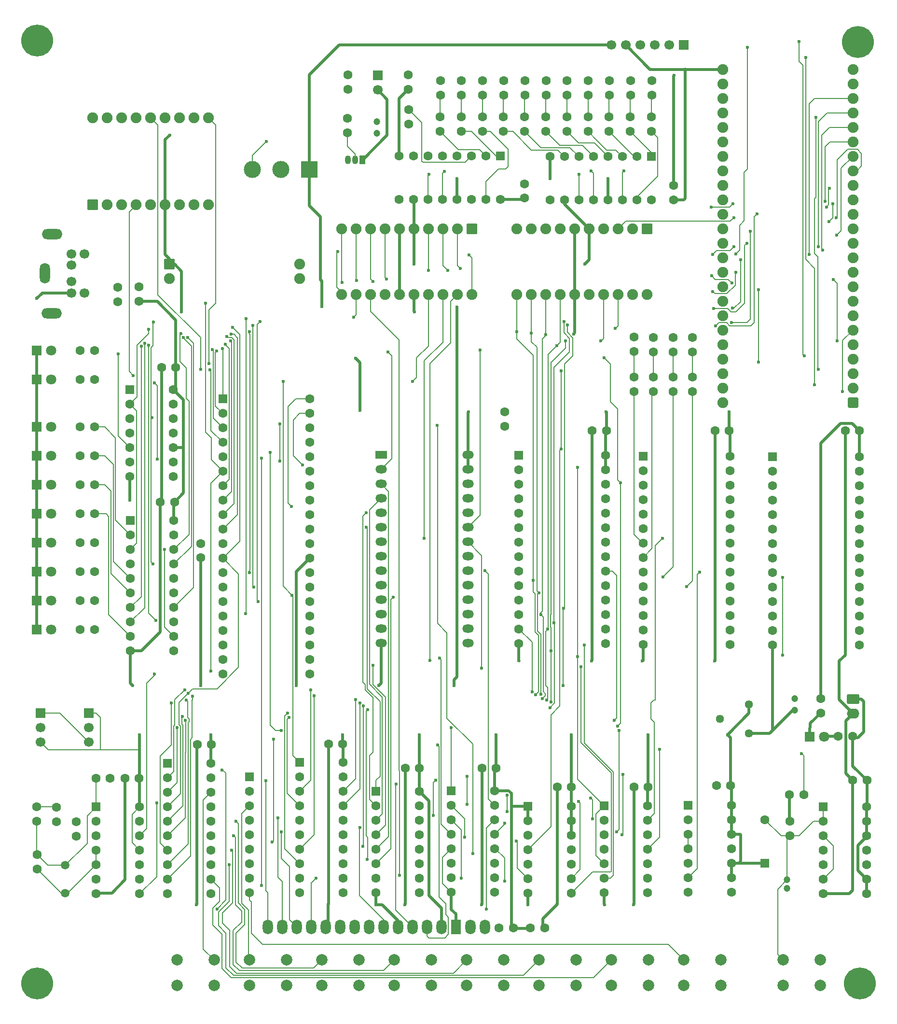
<source format=gbr>
%TF.GenerationSoftware,KiCad,Pcbnew,9.0.4-9.0.4-0~ubuntu24.04.1*%
%TF.CreationDate,2025-09-14T18:47:36-03:00*%
%TF.ProjectId,Kraft80V2,4b726166-7438-4305-9632-2e6b69636164,rev?*%
%TF.SameCoordinates,Original*%
%TF.FileFunction,Copper,L1,Top*%
%TF.FilePolarity,Positive*%
%FSLAX46Y46*%
G04 Gerber Fmt 4.6, Leading zero omitted, Abs format (unit mm)*
G04 Created by KiCad (PCBNEW 9.0.4-9.0.4-0~ubuntu24.04.1) date 2025-09-14 18:47:36*
%MOMM*%
%LPD*%
G01*
G04 APERTURE LIST*
G04 Aperture macros list*
%AMRoundRect*
0 Rectangle with rounded corners*
0 $1 Rounding radius*
0 $2 $3 $4 $5 $6 $7 $8 $9 X,Y pos of 4 corners*
0 Add a 4 corners polygon primitive as box body*
4,1,4,$2,$3,$4,$5,$6,$7,$8,$9,$2,$3,0*
0 Add four circle primitives for the rounded corners*
1,1,$1+$1,$2,$3*
1,1,$1+$1,$4,$5*
1,1,$1+$1,$6,$7*
1,1,$1+$1,$8,$9*
0 Add four rect primitives between the rounded corners*
20,1,$1+$1,$2,$3,$4,$5,0*
20,1,$1+$1,$4,$5,$6,$7,0*
20,1,$1+$1,$6,$7,$8,$9,0*
20,1,$1+$1,$8,$9,$2,$3,0*%
G04 Aperture macros list end*
%TA.AperFunction,ComponentPad*%
%ADD10C,1.500000*%
%TD*%
%TA.AperFunction,ComponentPad*%
%ADD11C,2.000000*%
%TD*%
%TA.AperFunction,ComponentPad*%
%ADD12RoundRect,0.250000X-0.550000X-0.550000X0.550000X-0.550000X0.550000X0.550000X-0.550000X0.550000X0*%
%TD*%
%TA.AperFunction,ComponentPad*%
%ADD13C,1.600000*%
%TD*%
%TA.AperFunction,ComponentPad*%
%ADD14R,1.800000X1.800000*%
%TD*%
%TA.AperFunction,ComponentPad*%
%ADD15C,1.800000*%
%TD*%
%TA.AperFunction,ComponentPad*%
%ADD16C,1.200000*%
%TD*%
%TA.AperFunction,ComponentPad*%
%ADD17RoundRect,0.250000X-0.845000X0.620000X-0.845000X-0.620000X0.845000X-0.620000X0.845000X0.620000X0*%
%TD*%
%TA.AperFunction,ComponentPad*%
%ADD18O,2.190000X1.740000*%
%TD*%
%TA.AperFunction,ComponentPad*%
%ADD19R,3.000000X3.000000*%
%TD*%
%TA.AperFunction,ComponentPad*%
%ADD20C,3.000000*%
%TD*%
%TA.AperFunction,WasherPad*%
%ADD21C,5.600000*%
%TD*%
%TA.AperFunction,ComponentPad*%
%ADD22R,1.600000X1.600000*%
%TD*%
%TA.AperFunction,ComponentPad*%
%ADD23C,1.440000*%
%TD*%
%TA.AperFunction,ComponentPad*%
%ADD24RoundRect,0.285750X-0.666750X-0.666750X0.666750X-0.666750X0.666750X0.666750X-0.666750X0.666750X0*%
%TD*%
%TA.AperFunction,ComponentPad*%
%ADD25C,1.905000*%
%TD*%
%TA.AperFunction,ComponentPad*%
%ADD26RoundRect,0.250000X0.550000X-0.550000X0.550000X0.550000X-0.550000X0.550000X-0.550000X-0.550000X0*%
%TD*%
%TA.AperFunction,ComponentPad*%
%ADD27R,1.700000X1.700000*%
%TD*%
%TA.AperFunction,ComponentPad*%
%ADD28C,1.700000*%
%TD*%
%TA.AperFunction,ComponentPad*%
%ADD29RoundRect,0.250000X-0.550000X0.550000X-0.550000X-0.550000X0.550000X-0.550000X0.550000X0.550000X0*%
%TD*%
%TA.AperFunction,ComponentPad*%
%ADD30RoundRect,0.250000X-0.702500X0.702500X-0.702500X-0.702500X0.702500X-0.702500X0.702500X0.702500X0*%
%TD*%
%TA.AperFunction,ComponentPad*%
%ADD31O,3.600000X1.800000*%
%TD*%
%TA.AperFunction,ComponentPad*%
%ADD32O,1.800000X3.600000*%
%TD*%
%TA.AperFunction,ComponentPad*%
%ADD33RoundRect,0.375000X0.577500X0.577500X-0.577500X0.577500X-0.577500X-0.577500X0.577500X-0.577500X0*%
%TD*%
%TA.AperFunction,ComponentPad*%
%ADD34R,1.050000X1.500000*%
%TD*%
%TA.AperFunction,ComponentPad*%
%ADD35O,1.050000X1.500000*%
%TD*%
%TA.AperFunction,ComponentPad*%
%ADD36R,2.000000X1.440000*%
%TD*%
%TA.AperFunction,ComponentPad*%
%ADD37O,2.000000X1.440000*%
%TD*%
%TA.AperFunction,ComponentPad*%
%ADD38R,1.800000X2.600000*%
%TD*%
%TA.AperFunction,ComponentPad*%
%ADD39O,1.800000X2.600000*%
%TD*%
%TA.AperFunction,ComponentPad*%
%ADD40RoundRect,0.285750X0.666750X0.666750X-0.666750X0.666750X-0.666750X-0.666750X0.666750X-0.666750X0*%
%TD*%
%TA.AperFunction,ViaPad*%
%ADD41C,0.600000*%
%TD*%
%TA.AperFunction,Conductor*%
%ADD42C,0.200000*%
%TD*%
%TA.AperFunction,Conductor*%
%ADD43C,0.500000*%
%TD*%
G04 APERTURE END LIST*
D10*
%TO.P,X1,2,2*%
%TO.N,Net-(R17-Pad1)*%
X24600000Y-175550000D03*
%TO.P,X1,1,1*%
%TO.N,Net-(C14-Pad1)*%
X24600000Y-170650000D03*
%TD*%
D11*
%TO.P,SW5,1,1*%
%TO.N,GNDREF*%
X101550000Y-191750000D03*
X95050000Y-191750000D03*
%TO.P,SW5,2,2*%
%TO.N,/kraft80V2-ios/PX4*%
X101550000Y-187250000D03*
X95050000Y-187250000D03*
%TD*%
D12*
%TO.P,U9,1,A14*%
%TO.N,A14*%
X126016200Y-98933400D03*
D13*
%TO.P,U9,2,A12*%
%TO.N,A12*%
X126016200Y-101473400D03*
%TO.P,U9,3,A7*%
%TO.N,A7*%
X126016200Y-104013400D03*
%TO.P,U9,4,A6*%
%TO.N,A6*%
X126016200Y-106553400D03*
%TO.P,U9,5,A5*%
%TO.N,A5*%
X126016200Y-109093400D03*
%TO.P,U9,6,A4*%
%TO.N,A4*%
X126016200Y-111633400D03*
%TO.P,U9,7,A3*%
%TO.N,A3*%
X126016200Y-114173400D03*
%TO.P,U9,8,A2*%
%TO.N,A2*%
X126016200Y-116713400D03*
%TO.P,U9,9,A1*%
%TO.N,A1*%
X126016200Y-119253400D03*
%TO.P,U9,10,A0*%
%TO.N,A0*%
X126016200Y-121793400D03*
%TO.P,U9,11,Q0*%
%TO.N,D0*%
X126016200Y-124333400D03*
%TO.P,U9,12,Q1*%
%TO.N,D1*%
X126016200Y-126873400D03*
%TO.P,U9,13,Q2*%
%TO.N,D2*%
X126016200Y-129413400D03*
%TO.P,U9,14,GND*%
%TO.N,GNDREF*%
X126016200Y-131953400D03*
%TO.P,U9,15,Q3*%
%TO.N,D3*%
X141256200Y-131953400D03*
%TO.P,U9,16,Q4*%
%TO.N,D4*%
X141256200Y-129413400D03*
%TO.P,U9,17,Q5*%
%TO.N,D5*%
X141256200Y-126873400D03*
%TO.P,U9,18,Q6*%
%TO.N,D6*%
X141256200Y-124333400D03*
%TO.P,U9,19,Q7*%
%TO.N,D7*%
X141256200Y-121793400D03*
%TO.P,U9,20,~{CS}*%
%TO.N,/~{SEL_RAM}*%
X141256200Y-119253400D03*
%TO.P,U9,21,A10*%
%TO.N,A10*%
X141256200Y-116713400D03*
%TO.P,U9,22,~{OE}*%
%TO.N,~{READ}*%
X141256200Y-114173400D03*
%TO.P,U9,23,A11*%
%TO.N,A11*%
X141256200Y-111633400D03*
%TO.P,U9,24,A9*%
%TO.N,A9*%
X141256200Y-109093400D03*
%TO.P,U9,25,A8*%
%TO.N,A8*%
X141256200Y-106553400D03*
%TO.P,U9,26,A13*%
%TO.N,A13*%
X141256200Y-104013400D03*
%TO.P,U9,27,~{WE}*%
%TO.N,~{WRITE}*%
X141256200Y-101473400D03*
%TO.P,U9,28,VCC*%
%TO.N,+5V*%
X141256200Y-98933400D03*
%TD*%
%TO.P,R37,1*%
%TO.N,Net-(R25-Pad2)*%
X108997600Y-33012400D03*
%TO.P,R37,2*%
%TO.N,Net-(R24-Pad2)*%
X108997600Y-35552400D03*
%TD*%
%TO.P,R20,1*%
%TO.N,+5V*%
X74195000Y-39647200D03*
%TO.P,R20,2*%
%TO.N,Net-(Q1-B)*%
X74195000Y-42187200D03*
%TD*%
D14*
%TO.P,D2,1,K*%
%TO.N,GNDREF*%
X155302400Y-148133200D03*
D15*
%TO.P,D2,2,A*%
%TO.N,Net-(D2-A)*%
X157842400Y-148133200D03*
%TD*%
D13*
%TO.P,C12,1*%
%TO.N,+5V*%
X141134600Y-94412200D03*
%TO.P,C12,2*%
%TO.N,GNDREF*%
X138634600Y-94412200D03*
%TD*%
D12*
%TO.P,U5,1,~{Mr}*%
%TO.N,~{RESET}*%
X36074800Y-110211000D03*
D13*
%TO.P,U5,2,Q0*%
%TO.N,Net-(U5-Q0)*%
X36074800Y-112751000D03*
%TO.P,U5,3,D0*%
%TO.N,D0*%
X36074800Y-115291000D03*
%TO.P,U5,4,D1*%
%TO.N,D1*%
X36074800Y-117831000D03*
%TO.P,U5,5,Q1*%
%TO.N,Net-(U5-Q1)*%
X36074800Y-120371000D03*
%TO.P,U5,6,Q2*%
%TO.N,Net-(U5-Q2)*%
X36074800Y-122911000D03*
%TO.P,U5,7,D2*%
%TO.N,D2*%
X36074800Y-125451000D03*
%TO.P,U5,8,D3*%
%TO.N,D3*%
X36074800Y-127991000D03*
%TO.P,U5,9,Q3*%
%TO.N,Net-(U5-Q3)*%
X36074800Y-130531000D03*
%TO.P,U5,10,GND*%
%TO.N,GNDREF*%
X36074800Y-133071000D03*
%TO.P,U5,11,Cp*%
%TO.N,CKLED*%
X43694800Y-133071000D03*
%TO.P,U5,12,Q4*%
%TO.N,Net-(U5-Q4)*%
X43694800Y-130531000D03*
%TO.P,U5,13,D4*%
%TO.N,D4*%
X43694800Y-127991000D03*
%TO.P,U5,14,D5*%
%TO.N,D5*%
X43694800Y-125451000D03*
%TO.P,U5,15,Q5*%
%TO.N,Net-(U5-Q5)*%
X43694800Y-122911000D03*
%TO.P,U5,16,Q6*%
%TO.N,Net-(U5-Q6)*%
X43694800Y-120371000D03*
%TO.P,U5,17,D6*%
%TO.N,D6*%
X43694800Y-117831000D03*
%TO.P,U5,18,D7*%
%TO.N,D7*%
X43694800Y-115291000D03*
%TO.P,U5,19,Q7*%
%TO.N,Net-(U5-Q7)*%
X43694800Y-112751000D03*
%TO.P,U5,20,VCC*%
%TO.N,+5V*%
X43694800Y-110211000D03*
%TD*%
D11*
%TO.P,SW7,1,1*%
%TO.N,GNDREF*%
X126950000Y-191750000D03*
X120450000Y-191750000D03*
%TO.P,SW7,2,2*%
%TO.N,/kraft80V2-ios/PX6*%
X126950000Y-187250000D03*
X120450000Y-187250000D03*
%TD*%
D13*
%TO.P,R21,1*%
%TO.N,CPM*%
X29804600Y-80366000D03*
%TO.P,R21,2*%
%TO.N,Net-(D11-A)*%
X27264600Y-80366000D03*
%TD*%
D14*
%TO.P,D10,1,K*%
%TO.N,GNDREF*%
X19644600Y-109017200D03*
D15*
%TO.P,D10,2,A*%
%TO.N,Net-(D10-A)*%
X22184600Y-109017200D03*
%TD*%
D11*
%TO.P,SW2,1,1*%
%TO.N,GNDREF*%
X63450000Y-191750000D03*
X56950000Y-191750000D03*
%TO.P,SW2,2,2*%
%TO.N,/kraft80V2-ios/PX1*%
X63450000Y-187250000D03*
X56950000Y-187250000D03*
%TD*%
D13*
%TO.P,R10,1*%
%TO.N,Net-(U5-Q6)*%
X29804600Y-124257200D03*
%TO.P,R10,2*%
%TO.N,Net-(D5-A)*%
X27264600Y-124257200D03*
%TD*%
D16*
%TO.P,C6,1*%
%TO.N,+5V*%
X152602400Y-141433200D03*
%TO.P,C6,2*%
%TO.N,GNDREF*%
X152602400Y-143433200D03*
%TD*%
D13*
%TO.P,C13,1*%
%TO.N,Net-(C13-Pad1)*%
X23100000Y-160500000D03*
%TO.P,C13,2*%
%TO.N,Net-(C13-Pad2)*%
X23100000Y-163000000D03*
%TD*%
%TO.P,R15,1*%
%TO.N,Net-(U5-Q3)*%
X29804600Y-109017200D03*
%TO.P,R15,2*%
%TO.N,Net-(D10-A)*%
X27264600Y-109017200D03*
%TD*%
%TO.P,R17,1*%
%TO.N,Net-(R17-Pad1)*%
X26600000Y-165550000D03*
%TO.P,R17,2*%
%TO.N,Net-(C13-Pad2)*%
X26600000Y-163010000D03*
%TD*%
%TO.P,C11,1*%
%TO.N,+3V3*%
X105195600Y-53635600D03*
%TO.P,C11,2*%
%TO.N,GNDREF*%
X105195600Y-51135600D03*
%TD*%
%TO.P,R44,1*%
%TO.N,+5V*%
X103240000Y-181600000D03*
%TO.P,R44,2*%
%TO.N,Net-(LCD1-A{slash}VEE)*%
X100700000Y-181600000D03*
%TD*%
D14*
%TO.P,D12,1,K*%
%TO.N,GNDREF*%
X19644600Y-85446000D03*
D15*
%TO.P,D12,2,A*%
%TO.N,Net-(D12-A)*%
X22184600Y-85446000D03*
%TD*%
D12*
%TO.P,U18,1,NC*%
%TO.N,unconnected-(U18-NC-Pad1)*%
X104248400Y-98755600D03*
D13*
%TO.P,U18,2,A12*%
%TO.N,A12*%
X104248400Y-101295600D03*
%TO.P,U18,3,A7*%
%TO.N,A7*%
X104248400Y-103835600D03*
%TO.P,U18,4,A6*%
%TO.N,A6*%
X104248400Y-106375600D03*
%TO.P,U18,5,A5*%
%TO.N,A5*%
X104248400Y-108915600D03*
%TO.P,U18,6,A4*%
%TO.N,A4*%
X104248400Y-111455600D03*
%TO.P,U18,7,A3*%
%TO.N,A3*%
X104248400Y-113995600D03*
%TO.P,U18,8,A2*%
%TO.N,A2*%
X104248400Y-116535600D03*
%TO.P,U18,9,A1*%
%TO.N,A1*%
X104248400Y-119075600D03*
%TO.P,U18,10,A0*%
%TO.N,A0*%
X104248400Y-121615600D03*
%TO.P,U18,11,I/O0*%
%TO.N,D0*%
X104248400Y-124155600D03*
%TO.P,U18,12,I/O1*%
%TO.N,D1*%
X104248400Y-126695600D03*
%TO.P,U18,13,I/O2*%
%TO.N,D2*%
X104248400Y-129235600D03*
%TO.P,U18,14,GND*%
%TO.N,GNDREF*%
X104248400Y-131775600D03*
%TO.P,U18,15,I/O3*%
%TO.N,D3*%
X119488400Y-131775600D03*
%TO.P,U18,16,I/O4*%
%TO.N,D4*%
X119488400Y-129235600D03*
%TO.P,U18,17,I/O5*%
%TO.N,D5*%
X119488400Y-126695600D03*
%TO.P,U18,18,I/O6*%
%TO.N,D6*%
X119488400Y-124155600D03*
%TO.P,U18,19,I/O7*%
%TO.N,D7*%
X119488400Y-121615600D03*
%TO.P,U18,20,~{CE}*%
%TO.N,/~{ROM_BASIC}*%
X119488400Y-119075600D03*
%TO.P,U18,21,A10*%
%TO.N,A10*%
X119488400Y-116535600D03*
%TO.P,U18,22,~{OE}*%
%TO.N,~{READ}*%
X119488400Y-113995600D03*
%TO.P,U18,23,A11*%
%TO.N,A11*%
X119488400Y-111455600D03*
%TO.P,U18,24,A9*%
%TO.N,A9*%
X119488400Y-108915600D03*
%TO.P,U18,25,A8*%
%TO.N,A8*%
X119488400Y-106375600D03*
%TO.P,U18,26,NC*%
%TO.N,unconnected-(U18-NC-Pad26)*%
X119488400Y-103835600D03*
%TO.P,U18,27,~{WE}*%
%TO.N,+5V*%
X119488400Y-101295600D03*
%TO.P,U18,28,VCC*%
X119488400Y-98755600D03*
%TD*%
D17*
%TO.P,CN1,1,Pin_1*%
%TO.N,+5V*%
X162902400Y-141493200D03*
D18*
%TO.P,CN1,2,Pin_2*%
%TO.N,GNDREF*%
X162902400Y-144033200D03*
%TD*%
D13*
%TO.P,C1,1*%
%TO.N,+5V*%
X48444600Y-114224200D03*
%TO.P,C1,2*%
%TO.N,GNDREF*%
X48444600Y-116724200D03*
%TD*%
D12*
%TO.P,U93,1*%
%TO.N,Net-(JP1-C)*%
X133966400Y-160096600D03*
D13*
%TO.P,U93,2*%
%TO.N,Net-(U91-O2)*%
X133966400Y-162636600D03*
%TO.P,U93,3*%
%TO.N,Net-(U93-Pad3)*%
X133966400Y-165176600D03*
%TO.P,U93,4*%
X133966400Y-167716600D03*
%TO.P,U93,5*%
%TO.N,Net-(U91-O3)*%
X133966400Y-170256600D03*
%TO.P,U93,6*%
%TO.N,/~{SEL_RAM}*%
X133966400Y-172796600D03*
%TO.P,U93,7,GND*%
%TO.N,GNDREF*%
X133966400Y-175336600D03*
%TO.P,U93,8*%
%TO.N,unconnected-(U93-Pad8)*%
X141586400Y-175336600D03*
%TO.P,U93,9*%
%TO.N,+5V*%
X141586400Y-172796600D03*
%TO.P,U93,10*%
X141586400Y-170256600D03*
%TO.P,U93,11*%
%TO.N,unconnected-(U93-Pad11)*%
X141586400Y-167716600D03*
%TO.P,U93,12*%
%TO.N,+5V*%
X141586400Y-165176600D03*
%TO.P,U93,13*%
X141586400Y-162636600D03*
%TO.P,U93,14,VCC*%
X141586400Y-160096600D03*
%TD*%
%TO.P,R11,1*%
%TO.N,Net-(U5-Q7)*%
X29804600Y-129337200D03*
%TO.P,R11,2*%
%TO.N,Net-(D6-A)*%
X27264600Y-129337200D03*
%TD*%
D19*
%TO.P,RV1,1,1*%
%TO.N,GNDREF*%
X67500000Y-48600000D03*
D20*
%TO.P,RV1,2,2*%
%TO.N,Net-(Q1-B)*%
X62500000Y-48600000D03*
%TO.P,RV1,3,3*%
%TO.N,Net-(C21-Pad2)*%
X57500000Y-48600000D03*
%TD*%
D13*
%TO.P,C2,1*%
%TO.N,+5V*%
X101733800Y-91130200D03*
%TO.P,C2,2*%
%TO.N,GNDREF*%
X101733800Y-93630200D03*
%TD*%
%TO.P,R56,1*%
%TO.N,Net-(R41-Pad2)*%
X120122800Y-33006000D03*
%TO.P,R56,2*%
%TO.N,Net-(R47-Pad2)*%
X120122800Y-35546000D03*
%TD*%
D14*
%TO.P,D6,1,K*%
%TO.N,GNDREF*%
X19644600Y-129337200D03*
D15*
%TO.P,D6,2,A*%
%TO.N,Net-(D6-A)*%
X22184600Y-129337200D03*
%TD*%
D13*
%TO.P,R47,1*%
%TO.N,Net-(U16-QC)*%
X120072000Y-41959600D03*
%TO.P,R47,2*%
%TO.N,Net-(R47-Pad2)*%
X120072000Y-39419600D03*
%TD*%
D12*
%TO.P,U4,1*%
%TO.N,Net-(D1-A)*%
X157664600Y-160381000D03*
D13*
%TO.P,U4,2*%
X157664600Y-162921000D03*
%TO.P,U4,3*%
%TO.N,Net-(U4-Pad3)*%
X157664600Y-165461000D03*
%TO.P,U4,4*%
%TO.N,~{RESET}*%
X157664600Y-168001000D03*
%TO.P,U4,5*%
%TO.N,+5V*%
X157664600Y-170541000D03*
%TO.P,U4,6*%
%TO.N,Net-(U4-Pad3)*%
X157664600Y-173081000D03*
%TO.P,U4,7,GND*%
%TO.N,GNDREF*%
X157664600Y-175621000D03*
%TO.P,U4,8*%
%TO.N,+5V*%
X165284600Y-175621000D03*
%TO.P,U4,9*%
X165284600Y-173081000D03*
%TO.P,U4,10*%
%TO.N,unconnected-(U4-Pad10)*%
X165284600Y-170541000D03*
%TO.P,U4,11*%
%TO.N,unconnected-(U4-Pad11)*%
X165284600Y-168001000D03*
%TO.P,U4,12*%
%TO.N,+5V*%
X165284600Y-165461000D03*
%TO.P,U4,13*%
X165284600Y-162921000D03*
%TO.P,U4,14,VCC*%
X165284600Y-160381000D03*
%TD*%
%TO.P,R18,1*%
%TO.N,Net-(C14-Pad1)*%
X19700000Y-168750000D03*
%TO.P,R18,2*%
%TO.N,Net-(R17-Pad1)*%
X19700000Y-171290000D03*
%TD*%
D12*
%TO.P,U11,1,~{Mr}*%
%TO.N,~{RESET}*%
X65767400Y-152603600D03*
D13*
%TO.P,U11,2,Q0*%
%TO.N,Net-(LCD1-RS)*%
X65767400Y-155143600D03*
%TO.P,U11,3,D0*%
%TO.N,D0*%
X65767400Y-157683600D03*
%TO.P,U11,4,D1*%
%TO.N,D1*%
X65767400Y-160223600D03*
%TO.P,U11,5,Q1*%
%TO.N,Net-(LCD1-E)*%
X65767400Y-162763600D03*
%TO.P,U11,6,Q2*%
%TO.N,unconnected-(U11-Q2-Pad6)*%
X65767400Y-165303600D03*
%TO.P,U11,7,D2*%
%TO.N,D2*%
X65767400Y-167843600D03*
%TO.P,U11,8,D3*%
%TO.N,D3*%
X65767400Y-170383600D03*
%TO.P,U11,9,Q3*%
%TO.N,unconnected-(U11-Q3-Pad9)*%
X65767400Y-172923600D03*
%TO.P,U11,10,GND*%
%TO.N,GNDREF*%
X65767400Y-175463600D03*
%TO.P,U11,11,Cp*%
%TO.N,CKDIS*%
X73387400Y-175463600D03*
%TO.P,U11,12,Q4*%
%TO.N,Net-(LCD1-DB4)*%
X73387400Y-172923600D03*
%TO.P,U11,13,D4*%
%TO.N,D4*%
X73387400Y-170383600D03*
%TO.P,U11,14,D5*%
%TO.N,D5*%
X73387400Y-167843600D03*
%TO.P,U11,15,Q5*%
%TO.N,Net-(LCD1-DB5)*%
X73387400Y-165303600D03*
%TO.P,U11,16,Q6*%
%TO.N,Net-(LCD1-DB6)*%
X73387400Y-162763600D03*
%TO.P,U11,17,D6*%
%TO.N,D6*%
X73387400Y-160223600D03*
%TO.P,U11,18,D7*%
%TO.N,D7*%
X73387400Y-157683600D03*
%TO.P,U11,19,Q7*%
%TO.N,Net-(LCD1-DB7)*%
X73387400Y-155143600D03*
%TO.P,U11,20,VCC*%
%TO.N,+5V*%
X73387400Y-152603600D03*
%TD*%
D11*
%TO.P,SW1,1,1*%
%TO.N,GNDREF*%
X50750000Y-191750000D03*
X44250000Y-191750000D03*
%TO.P,SW1,2,2*%
%TO.N,/kraft80V2-ios/PX0*%
X50750000Y-187250000D03*
X44250000Y-187250000D03*
%TD*%
D12*
%TO.P,U3,1,A0*%
%TO.N,A4*%
X79178600Y-157658200D03*
D13*
%TO.P,U3,2,A1*%
%TO.N,A5*%
X79178600Y-160198200D03*
%TO.P,U3,3,A2*%
%TO.N,A6*%
X79178600Y-162738200D03*
%TO.P,U3,4,E1*%
%TO.N,~{IORQ}*%
X79178600Y-165278200D03*
%TO.P,U3,5,E2*%
%TO.N,A7*%
X79178600Y-167818200D03*
%TO.P,U3,6,E3*%
%TO.N,~{M1}*%
X79178600Y-170358200D03*
%TO.P,U3,7,O7*%
%TO.N,unconnected-(U3-O7-Pad7)*%
X79178600Y-172898200D03*
%TO.P,U3,8,GND*%
%TO.N,GNDREF*%
X79178600Y-175438200D03*
%TO.P,U3,9,O6*%
%TO.N,unconnected-(U3-O6-Pad9)*%
X86798600Y-175438200D03*
%TO.P,U3,10,O5*%
%TO.N,~{FPGA_CS}*%
X86798600Y-172898200D03*
%TO.P,U3,11,O4*%
%TO.N,/kraft80V2-ios/~{FF_CS}*%
X86798600Y-170358200D03*
%TO.P,U3,12,O3*%
%TO.N,unconnected-(U3-O3-Pad12)*%
X86798600Y-167818200D03*
%TO.P,U3,13,O2*%
%TO.N,unconnected-(U3-O2-Pad13)*%
X86798600Y-165278200D03*
%TO.P,U3,14,O1*%
%TO.N,/kraft80V2-ios/~{DISP_CS}*%
X86798600Y-162738200D03*
%TO.P,U3,15,O0*%
%TO.N,/kraft80V2-ios/~{LEDKB_CS}*%
X86798600Y-160198200D03*
%TO.P,U3,16,VCC*%
%TO.N,+5V*%
X86798600Y-157658200D03*
%TD*%
%TO.P,C8,1*%
%TO.N,+5V*%
X43807200Y-106934400D03*
%TO.P,C8,2*%
%TO.N,GNDREF*%
X41307200Y-106934400D03*
%TD*%
%TO.P,R34,1*%
%TO.N,Net-(R28-Pad2)*%
X97872400Y-33012400D03*
%TO.P,R34,2*%
%TO.N,Net-(R27-Pad2)*%
X97872400Y-35552400D03*
%TD*%
%TO.P,R57,1*%
%TO.N,A1*%
X131282600Y-87595400D03*
%TO.P,R57,2*%
%TO.N,Net-(U19-IOT11B)*%
X131282600Y-85055400D03*
%TD*%
%TO.P,C17,1*%
%TO.N,+5V*%
X73316600Y-149400000D03*
%TO.P,C17,2*%
%TO.N,GNDREF*%
X70816600Y-149400000D03*
%TD*%
%TO.P,R45,1*%
%TO.N,Net-(U16-QA)*%
X127488800Y-41959600D03*
%TO.P,R45,2*%
%TO.N,Net-(C21-Pad1)*%
X127488800Y-39419600D03*
%TD*%
%TO.P,C99,1*%
%TO.N,+5V*%
X44055800Y-83363200D03*
%TO.P,C99,2*%
%TO.N,GNDREF*%
X41555800Y-83363200D03*
%TD*%
%TO.P,R52,1*%
%TO.N,Net-(U19-IOT12B)*%
X124450000Y-80570000D03*
%TO.P,R52,2*%
%TO.N,GNDREF*%
X124450000Y-78030000D03*
%TD*%
%TO.P,R7,1*%
%TO.N,+5V*%
X162842400Y-148033200D03*
%TO.P,R7,2*%
%TO.N,Net-(D2-A)*%
X160302400Y-148033200D03*
%TD*%
D21*
%TO.P,REF\u002A\u002A,*%
%TO.N,*%
X19743200Y-191410600D03*
%TD*%
D22*
%TO.P,RN1,1,common*%
%TO.N,+5V*%
X56928200Y-155143600D03*
D13*
%TO.P,RN1,2,R1*%
%TO.N,/kraft80V2-ios/PX0*%
X56928200Y-157683600D03*
%TO.P,RN1,3,R2*%
%TO.N,/kraft80V2-ios/PX1*%
X56928200Y-160223600D03*
%TO.P,RN1,4,R3*%
%TO.N,/kraft80V2-ios/PX2*%
X56928200Y-162763600D03*
%TO.P,RN1,5,R4*%
%TO.N,/kraft80V2-ios/PX3*%
X56928200Y-165303600D03*
%TO.P,RN1,6,R5*%
%TO.N,/kraft80V2-ios/PX4*%
X56928200Y-167843600D03*
%TO.P,RN1,7,R6*%
%TO.N,/kraft80V2-ios/PX5*%
X56928200Y-170383600D03*
%TO.P,RN1,8,R7*%
%TO.N,/kraft80V2-ios/PX6*%
X56928200Y-172923600D03*
%TO.P,RN1,9,R8*%
%TO.N,/kraft80V2-ios/PX7*%
X56928200Y-175463600D03*
%TD*%
D16*
%TO.P,C3,1*%
%TO.N,Net-(D1-A)*%
X151314600Y-173189600D03*
%TO.P,C3,2*%
%TO.N,GNDREF*%
X151314600Y-174689600D03*
%TD*%
D23*
%TO.P,P1,1,1*%
%TO.N,+5V*%
X144634400Y-142418200D03*
%TO.P,P1,2,2*%
%TO.N,Net-(LCD1-VO)*%
X139554400Y-144958200D03*
%TO.P,P1,3,3*%
%TO.N,GNDREF*%
X144634400Y-147498200D03*
%TD*%
D13*
%TO.P,R12,1*%
%TO.N,Net-(U5-Q0)*%
X29804600Y-93777200D03*
%TO.P,R12,2*%
%TO.N,Net-(D7-A)*%
X27264600Y-93777200D03*
%TD*%
%TO.P,R14,1*%
%TO.N,Net-(U5-Q2)*%
X29804600Y-103937200D03*
%TO.P,R14,2*%
%TO.N,Net-(D9-A)*%
X27264600Y-103937200D03*
%TD*%
D14*
%TO.P,D11,1,K*%
%TO.N,GNDREF*%
X19644600Y-80366000D03*
D15*
%TO.P,D11,2,A*%
%TO.N,Net-(D11-A)*%
X22184600Y-80366000D03*
%TD*%
D13*
%TO.P,R38,1*%
%TO.N,Net-(R24-Pad2)*%
X112706000Y-33006000D03*
%TO.P,R38,2*%
%TO.N,Net-(R23-Pad2)*%
X112706000Y-35546000D03*
%TD*%
%TO.P,R30,1*%
%TO.N,Net-(U15-QD)*%
X84891000Y-38091800D03*
%TO.P,R30,2*%
%TO.N,Net-(R30-Pad2)*%
X84891000Y-40631800D03*
%TD*%
D24*
%TO.P,U13,1,Vin*%
%TO.N,+5V*%
X42880000Y-65260000D03*
D25*
%TO.P,U13,2,GND*%
%TO.N,GNDREF*%
X42880000Y-67800000D03*
%TO.P,U13,3,GND*%
X65740000Y-67800000D03*
%TO.P,U13,4,Vout*%
%TO.N,+3V3*%
X65740000Y-65260000D03*
%TD*%
D13*
%TO.P,R51,1*%
%TO.N,Net-(U19-IOT12A)*%
X127853600Y-80595400D03*
%TO.P,R51,2*%
%TO.N,GNDREF*%
X127853600Y-78055400D03*
%TD*%
D21*
%TO.P,REF\u002A\u002A,*%
%TO.N,*%
X19750000Y-26000000D03*
%TD*%
D11*
%TO.P,SW6,1,1*%
%TO.N,GNDREF*%
X114250000Y-191750000D03*
X107750000Y-191750000D03*
%TO.P,SW6,2,2*%
%TO.N,/kraft80V2-ios/PX5*%
X114250000Y-187250000D03*
X107750000Y-187250000D03*
%TD*%
D26*
%TO.P,D1,1,K*%
%TO.N,+5V*%
X147403000Y-170282000D03*
D13*
%TO.P,D1,2,A*%
%TO.N,Net-(D1-A)*%
X147403000Y-162662000D03*
%TD*%
D21*
%TO.P,REF\u002A\u002A,*%
%TO.N,*%
X163750000Y-26250000D03*
%TD*%
D13*
%TO.P,R46,1*%
%TO.N,Net-(U16-QB)*%
X123780400Y-41959600D03*
%TO.P,R46,2*%
%TO.N,Net-(R46-Pad2)*%
X123780400Y-39419600D03*
%TD*%
%TO.P,R31,1*%
%TO.N,GNDREF*%
X84833800Y-34605000D03*
%TO.P,R31,2*%
%TO.N,Net-(R30-Pad2)*%
X84833800Y-32065000D03*
%TD*%
%TO.P,R13,1*%
%TO.N,Net-(U5-Q1)*%
X29804600Y-98857200D03*
%TO.P,R13,2*%
%TO.N,Net-(D8-A)*%
X27264600Y-98857200D03*
%TD*%
%TO.P,R25,1*%
%TO.N,Net-(U16-QG)*%
X105238400Y-41966000D03*
%TO.P,R25,2*%
%TO.N,Net-(R25-Pad2)*%
X105238400Y-39426000D03*
%TD*%
D27*
%TO.P,J9,1,Pin_1*%
%TO.N,/kraft80V2-fpga/~{DISK_CS}*%
X133160000Y-26800000D03*
D28*
%TO.P,J9,2,Pin_2*%
%TO.N,/kraft80V2-fpga/DISK_SCK*%
X130620000Y-26800000D03*
%TO.P,J9,3,Pin_3*%
%TO.N,/kraft80V2-fpga/DISK_MOSI*%
X128080000Y-26800000D03*
%TO.P,J9,4,Pin_4*%
%TO.N,/kraft80V2-fpga/DISK_MISO*%
X125540000Y-26800000D03*
%TO.P,J9,5,Pin_5*%
%TO.N,+3V3*%
X123000000Y-26800000D03*
%TO.P,J9,6,Pin_6*%
%TO.N,GNDREF*%
X120460000Y-26800000D03*
%TD*%
D11*
%TO.P,RST1,1,1*%
%TO.N,GNDREF*%
X157150000Y-191750000D03*
X150650000Y-191750000D03*
%TO.P,RST1,2,2*%
%TO.N,Net-(D1-A)*%
X157150000Y-187250000D03*
X150650000Y-187250000D03*
%TD*%
D13*
%TO.P,C97,1*%
%TO.N,+5V*%
X126910600Y-156896200D03*
%TO.P,C97,2*%
%TO.N,GNDREF*%
X124410600Y-156896200D03*
%TD*%
D27*
%TO.P,J3,1,Pin_1*%
%TO.N,Net-(J3-Pin_1)*%
X79450000Y-32150000D03*
D28*
%TO.P,J3,2,Pin_2*%
%TO.N,Net-(J3-Pin_2)*%
X79450000Y-34690000D03*
%TD*%
D13*
%TO.P,C9,1*%
%TO.N,+5V*%
X50300000Y-149500000D03*
%TO.P,C9,2*%
%TO.N,GNDREF*%
X47800000Y-149500000D03*
%TD*%
D29*
%TO.P,U15,1,QB*%
%TO.N,Net-(U15-QB)*%
X101030000Y-46295000D03*
D13*
%TO.P,U15,2,QC*%
%TO.N,Net-(U15-QC)*%
X98490000Y-46295000D03*
%TO.P,U15,3,QD*%
%TO.N,Net-(U15-QD)*%
X95950000Y-46295000D03*
%TO.P,U15,4,QE*%
%TO.N,unconnected-(U15-QE-Pad4)*%
X93410000Y-46295000D03*
%TO.P,U15,5,QF*%
%TO.N,unconnected-(U15-QF-Pad5)*%
X90870000Y-46295000D03*
%TO.P,U15,6,QG*%
%TO.N,unconnected-(U15-QG-Pad6)*%
X88330000Y-46295000D03*
%TO.P,U15,7,QH*%
%TO.N,unconnected-(U15-QH-Pad7)*%
X85790000Y-46295000D03*
%TO.P,U15,8,GND*%
%TO.N,GNDREF*%
X83250000Y-46295000D03*
%TO.P,U15,9,QH'*%
%TO.N,unconnected-(U15-QH'-Pad9)*%
X83250000Y-53915000D03*
%TO.P,U15,10,~{SRCLR}*%
%TO.N,+3V3*%
X85790000Y-53915000D03*
%TO.P,U15,11,SRCLK*%
%TO.N,Net-(U15-SRCLK)*%
X88330000Y-53915000D03*
%TO.P,U15,12,RCLK*%
%TO.N,Net-(U15-RCLK)*%
X90870000Y-53915000D03*
%TO.P,U15,13,~{OE}*%
%TO.N,GNDREF*%
X93410000Y-53915000D03*
%TO.P,U15,14,SER*%
%TO.N,Net-(U15-SER)*%
X95950000Y-53915000D03*
%TO.P,U15,15,QA*%
%TO.N,Net-(U15-QA)*%
X98490000Y-53915000D03*
%TO.P,U15,16,VCC*%
%TO.N,+3V3*%
X101030000Y-53915000D03*
%TD*%
%TO.P,R55,1*%
%TO.N,Net-(R47-Pad2)*%
X123831200Y-33006000D03*
%TO.P,R55,2*%
%TO.N,Net-(R46-Pad2)*%
X123831200Y-35546000D03*
%TD*%
%TO.P,R2,1*%
%TO.N,+5V*%
X151670200Y-158242400D03*
%TO.P,R2,2*%
%TO.N,~{RESET}*%
X154210200Y-158242400D03*
%TD*%
%TO.P,C90,1*%
%TO.N,+5V*%
X163994600Y-94412200D03*
%TO.P,C90,2*%
%TO.N,GNDREF*%
X161494600Y-94412200D03*
%TD*%
D12*
%TO.P,U97,1*%
%TO.N,~{WRITE}*%
X119234400Y-160223600D03*
D13*
%TO.P,U97,2*%
%TO.N,/kraft80V2-ios/~{FF_CS}*%
X119234400Y-162763600D03*
%TO.P,U97,3*%
%TO.N,CKFF*%
X119234400Y-165303600D03*
%TO.P,U97,4*%
%TO.N,/kraft80V2-ios/~{LEDKB_CS}*%
X119234400Y-167843600D03*
%TO.P,U97,5*%
%TO.N,~{WRITE}*%
X119234400Y-170383600D03*
%TO.P,U97,6*%
%TO.N,CKLED*%
X119234400Y-172923600D03*
%TO.P,U97,7,GND*%
%TO.N,GNDREF*%
X119234400Y-175463600D03*
%TO.P,U97,8*%
%TO.N,CKDIS*%
X126854400Y-175463600D03*
%TO.P,U97,9*%
%TO.N,/kraft80V2-ios/~{DISP_CS}*%
X126854400Y-172923600D03*
%TO.P,U97,10*%
%TO.N,~{WRITE}*%
X126854400Y-170383600D03*
%TO.P,U97,11*%
%TO.N,CKKBD*%
X126854400Y-167843600D03*
%TO.P,U97,12*%
%TO.N,/kraft80V2-ios/~{LEDKB_CS}*%
X126854400Y-165303600D03*
%TO.P,U97,13*%
%TO.N,~{READ}*%
X126854400Y-162763600D03*
%TO.P,U97,14,VCC*%
%TO.N,+5V*%
X126854400Y-160223600D03*
%TD*%
D30*
%TO.P,U12,1,LV1*%
%TO.N,Net-(U12-LV1)*%
X126770000Y-59035000D03*
D25*
%TO.P,U12,2,LV2*%
%TO.N,Net-(U12-LV2)*%
X124230000Y-59035000D03*
%TO.P,U12,3,LV3*%
%TO.N,Net-(U12-LV3)*%
X121690000Y-59035000D03*
%TO.P,U12,4,LV4*%
%TO.N,Net-(U12-LV4)*%
X119150000Y-59035000D03*
%TO.P,U12,5,LV*%
%TO.N,+3V3*%
X116610000Y-59035000D03*
%TO.P,U12,6,GND*%
%TO.N,GNDREF*%
X114070000Y-59035000D03*
%TO.P,U12,7,LV5*%
%TO.N,Net-(U12-LV5)*%
X111530000Y-59035000D03*
%TO.P,U12,8,LV6*%
%TO.N,Net-(U12-LV6)*%
X108990000Y-59035000D03*
%TO.P,U12,9,LV7*%
%TO.N,Net-(U12-LV7)*%
X106450000Y-59035000D03*
%TO.P,U12,10,LV8*%
%TO.N,Net-(U12-LV8)*%
X103910000Y-59035000D03*
%TO.P,U12,11,HV8*%
%TO.N,D7*%
X103910000Y-70592000D03*
%TO.P,U12,12,HV7*%
%TO.N,D6*%
X106450000Y-70592000D03*
%TO.P,U12,13,HV6*%
%TO.N,D5*%
X108990000Y-70592000D03*
%TO.P,U12,14,HV5*%
%TO.N,D4*%
X111530000Y-70592000D03*
%TO.P,U12,15,GND*%
%TO.N,GNDREF*%
X114070000Y-70592000D03*
%TO.P,U12,16,HV*%
%TO.N,+5V*%
X116610000Y-70592000D03*
%TO.P,U12,17,HV4*%
%TO.N,D3*%
X119150000Y-70592000D03*
%TO.P,U12,18,HV3*%
%TO.N,D2*%
X121690000Y-70592000D03*
%TO.P,U12,19,HV2*%
%TO.N,D1*%
X124230000Y-70592000D03*
%TO.P,U12,20,HV1*%
%TO.N,D0*%
X126770000Y-70592000D03*
%TD*%
D13*
%TO.P,C19,1*%
%TO.N,+5V*%
X141388600Y-156642200D03*
%TO.P,C19,2*%
%TO.N,GNDREF*%
X138888600Y-156642200D03*
%TD*%
%TO.P,R9,1*%
%TO.N,Net-(U5-Q5)*%
X29804600Y-119177200D03*
%TO.P,R9,2*%
%TO.N,Net-(D4-A)*%
X27264600Y-119177200D03*
%TD*%
D14*
%TO.P,D7,1,K*%
%TO.N,GNDREF*%
X19644600Y-93777200D03*
D15*
%TO.P,D7,2,A*%
%TO.N,Net-(D7-A)*%
X22184600Y-93777200D03*
%TD*%
D12*
%TO.P,U1,1,A_{11}*%
%TO.N,A11*%
X52280000Y-88875000D03*
D13*
%TO.P,U1,2,A_{12}*%
%TO.N,A12*%
X52280000Y-91415000D03*
%TO.P,U1,3,A_{13}*%
%TO.N,A13*%
X52280000Y-93955000D03*
%TO.P,U1,4,A_{14}*%
%TO.N,A14*%
X52280000Y-96495000D03*
%TO.P,U1,5,A_{15}*%
%TO.N,A15*%
X52280000Y-99035000D03*
%TO.P,U1,6,CLK*%
%TO.N,CLOCK*%
X52280000Y-101575000D03*
%TO.P,U1,7,D_{4}*%
%TO.N,D4*%
X52280000Y-104115000D03*
%TO.P,U1,8,D_{3}*%
%TO.N,D3*%
X52280000Y-106655000D03*
%TO.P,U1,9,D_{5}*%
%TO.N,D5*%
X52280000Y-109195000D03*
%TO.P,U1,10,D_{6}*%
%TO.N,D6*%
X52280000Y-111735000D03*
%TO.P,U1,11,V_{CC}*%
%TO.N,+5V*%
X52280000Y-114275000D03*
%TO.P,U1,12,D_{2}*%
%TO.N,D2*%
X52280000Y-116815000D03*
%TO.P,U1,13,D_{7}*%
%TO.N,D7*%
X52280000Y-119355000D03*
%TO.P,U1,14,D_{0}*%
%TO.N,D0*%
X52280000Y-121895000D03*
%TO.P,U1,15,D_{1}*%
%TO.N,D1*%
X52280000Y-124435000D03*
%TO.P,U1,16,~{INT}*%
%TO.N,~{INT}*%
X52280000Y-126975000D03*
%TO.P,U1,17,~{NMI}*%
%TO.N,Net-(U1-~{NMI})*%
X52280000Y-129515000D03*
%TO.P,U1,18,~{HALT}*%
%TO.N,unconnected-(U1-~{HALT}-Pad18)*%
X52280000Y-132055000D03*
%TO.P,U1,19,~{MREQ}*%
%TO.N,/~{MREQ}*%
X52280000Y-134595000D03*
%TO.P,U1,20,~{IORQ}*%
%TO.N,~{IORQ}*%
X52280000Y-137135000D03*
%TO.P,U1,21,~{RD}*%
%TO.N,~{READ}*%
X67520000Y-137135000D03*
%TO.P,U1,22,~{WR}*%
%TO.N,~{WRITE}*%
X67520000Y-134595000D03*
%TO.P,U1,23,~{BUSACK}*%
%TO.N,unconnected-(U1-~{BUSACK}-Pad23)*%
X67520000Y-132055000D03*
%TO.P,U1,24,~{WAIT}*%
%TO.N,Net-(U1-~{WAIT})*%
X67520000Y-129515000D03*
%TO.P,U1,25,~{BUSREQ}*%
%TO.N,Net-(U1-~{BUSREQ})*%
X67520000Y-126975000D03*
%TO.P,U1,26,~{RESET}*%
%TO.N,~{RESET}*%
X67520000Y-124435000D03*
%TO.P,U1,27,~{M1}*%
%TO.N,~{M1}*%
X67520000Y-121895000D03*
%TO.P,U1,28,~{RFSH}*%
%TO.N,unconnected-(U1-~{RFSH}-Pad28)*%
X67520000Y-119355000D03*
%TO.P,U1,29,GND*%
%TO.N,GNDREF*%
X67520000Y-116815000D03*
%TO.P,U1,30,A_{0}*%
%TO.N,A0*%
X67520000Y-114275000D03*
%TO.P,U1,31,A_{1}*%
%TO.N,A1*%
X67520000Y-111735000D03*
%TO.P,U1,32,A_{2}*%
%TO.N,A2*%
X67520000Y-109195000D03*
%TO.P,U1,33,A_{3}*%
%TO.N,A3*%
X67520000Y-106655000D03*
%TO.P,U1,34,A_{4}*%
%TO.N,A4*%
X67520000Y-104115000D03*
%TO.P,U1,35,A_{5}*%
%TO.N,A5*%
X67520000Y-101575000D03*
%TO.P,U1,36,A_{6}*%
%TO.N,A6*%
X67520000Y-99035000D03*
%TO.P,U1,37,A_{7}*%
%TO.N,A7*%
X67520000Y-96495000D03*
%TO.P,U1,38,A_{8}*%
%TO.N,A8*%
X67520000Y-93955000D03*
%TO.P,U1,39,A_{9}*%
%TO.N,A9*%
X67520000Y-91415000D03*
%TO.P,U1,40,A_{10}*%
%TO.N,A10*%
X67520000Y-88875000D03*
%TD*%
%TO.P,R50,1*%
%TO.N,Net-(U19-IOT11B)*%
X131282600Y-80595400D03*
%TO.P,R50,2*%
%TO.N,GNDREF*%
X131282600Y-78055400D03*
%TD*%
D16*
%TO.P,C21,1*%
%TO.N,Net-(C21-Pad1)*%
X79328400Y-40276200D03*
%TO.P,C21,2*%
%TO.N,Net-(C21-Pad2)*%
X79328400Y-42276200D03*
%TD*%
D13*
%TO.P,R43,1*%
%TO.N,+5V*%
X74273800Y-34561200D03*
%TO.P,R43,2*%
%TO.N,Net-(J3-Pin_1)*%
X74273800Y-32021200D03*
%TD*%
D30*
%TO.P,U8,1,LV1*%
%TO.N,Net-(U19-IOB8A)*%
X95980000Y-59000000D03*
D25*
%TO.P,U8,2,LV2*%
%TO.N,Net-(U19-IOB11B)*%
X93440000Y-59000000D03*
%TO.P,U8,3,LV3*%
%TO.N,Net-(U19-IOB13A)*%
X90900000Y-59000000D03*
%TO.P,U8,4,LV4*%
%TO.N,Net-(U19-IOB13B)*%
X88360000Y-59000000D03*
%TO.P,U8,5,LV*%
%TO.N,+3V3*%
X85820000Y-59000000D03*
%TO.P,U8,6,GND*%
%TO.N,GNDREF*%
X83280000Y-59000000D03*
%TO.P,U8,7,LV5*%
%TO.N,Net-(U19-IOB23A)*%
X80740000Y-59000000D03*
%TO.P,U8,8,LV6*%
%TO.N,Net-(U19-IOB23B)*%
X78200000Y-59000000D03*
%TO.P,U8,9,LV7*%
%TO.N,Net-(U19-IOB33B)*%
X75660000Y-59000000D03*
%TO.P,U8,10,LV8*%
%TO.N,Net-(U19-IOB29A)*%
X73120000Y-59000000D03*
%TO.P,U8,11,HV8*%
%TO.N,/kraft80V2-fpga/DAT_KBD*%
X73120000Y-70557000D03*
%TO.P,U8,12,HV7*%
%TO.N,~{INT}*%
X75660000Y-70557000D03*
%TO.P,U8,13,HV6*%
%TO.N,~{FPGA_CS}*%
X78200000Y-70557000D03*
%TO.P,U8,14,HV5*%
%TO.N,CLOCK*%
X80740000Y-70557000D03*
%TO.P,U8,15,GND*%
%TO.N,GNDREF*%
X83280000Y-70557000D03*
%TO.P,U8,16,HV*%
%TO.N,+5V*%
X85820000Y-70557000D03*
%TO.P,U8,17,HV4*%
%TO.N,~{RESET}*%
X88360000Y-70557000D03*
%TO.P,U8,18,HV3*%
%TO.N,~{READ}*%
X90900000Y-70557000D03*
%TO.P,U8,19,HV2*%
%TO.N,~{WRITE}*%
X93440000Y-70557000D03*
%TO.P,U8,20,HV1*%
%TO.N,/kraft80V2-fpga/CK_KBD*%
X95980000Y-70557000D03*
%TD*%
D27*
%TO.P,JP1,1,A*%
%TO.N,Net-(JP1-A)*%
X20279000Y-143971000D03*
D28*
%TO.P,JP1,2,C*%
%TO.N,Net-(JP1-C)*%
X20279000Y-146511000D03*
%TO.P,JP1,3,B*%
%TO.N,+5V*%
X20279000Y-149051000D03*
%TD*%
D13*
%TO.P,R39,1*%
%TO.N,+5V*%
X33868000Y-71784200D03*
%TO.P,R39,2*%
%TO.N,/kraft80V2-fpga/DAT_KBD*%
X33868000Y-69244200D03*
%TD*%
%TO.P,C18,1*%
%TO.N,+5V*%
X119595400Y-94412200D03*
%TO.P,C18,2*%
%TO.N,GNDREF*%
X117095400Y-94412200D03*
%TD*%
D12*
%TO.P,U6,1,A->B*%
%TO.N,GNDREF*%
X42602600Y-152730600D03*
D13*
%TO.P,U6,2,A0*%
%TO.N,D0*%
X42602600Y-155270600D03*
%TO.P,U6,3,A1*%
%TO.N,D1*%
X42602600Y-157810600D03*
%TO.P,U6,4,A2*%
%TO.N,D2*%
X42602600Y-160350600D03*
%TO.P,U6,5,A3*%
%TO.N,D3*%
X42602600Y-162890600D03*
%TO.P,U6,6,A4*%
%TO.N,D4*%
X42602600Y-165430600D03*
%TO.P,U6,7,A5*%
%TO.N,D5*%
X42602600Y-167970600D03*
%TO.P,U6,8,A6*%
%TO.N,D6*%
X42602600Y-170510600D03*
%TO.P,U6,9,A7*%
%TO.N,D7*%
X42602600Y-173050600D03*
%TO.P,U6,10,GND*%
%TO.N,GNDREF*%
X42602600Y-175590600D03*
%TO.P,U6,11,B7*%
%TO.N,/kraft80V2-ios/PX7*%
X50222600Y-175590600D03*
%TO.P,U6,12,B6*%
%TO.N,/kraft80V2-ios/PX6*%
X50222600Y-173050600D03*
%TO.P,U6,13,B5*%
%TO.N,/kraft80V2-ios/PX5*%
X50222600Y-170510600D03*
%TO.P,U6,14,B4*%
%TO.N,/kraft80V2-ios/PX4*%
X50222600Y-167970600D03*
%TO.P,U6,15,B3*%
%TO.N,/kraft80V2-ios/PX3*%
X50222600Y-165430600D03*
%TO.P,U6,16,B2*%
%TO.N,/kraft80V2-ios/PX2*%
X50222600Y-162890600D03*
%TO.P,U6,17,B1*%
%TO.N,/kraft80V2-ios/PX1*%
X50222600Y-160350600D03*
%TO.P,U6,18,B0*%
%TO.N,/kraft80V2-ios/PX0*%
X50222600Y-157810600D03*
%TO.P,U6,19,CE*%
%TO.N,CKKBD*%
X50222600Y-155270600D03*
%TO.P,U6,20,VCC*%
%TO.N,+5V*%
X50222600Y-152730600D03*
%TD*%
%TO.P,R23,1*%
%TO.N,Net-(U16-QE)*%
X112655200Y-41959600D03*
%TO.P,R23,2*%
%TO.N,Net-(R23-Pad2)*%
X112655200Y-39419600D03*
%TD*%
D11*
%TO.P,SW8,1,1*%
%TO.N,GNDREF*%
X139650000Y-191750000D03*
X133150000Y-191750000D03*
%TO.P,SW8,2,2*%
%TO.N,/kraft80V2-ios/PX7*%
X139650000Y-187250000D03*
X133150000Y-187250000D03*
%TD*%
D13*
%TO.P,C10,1*%
%TO.N,+5V*%
X113448600Y-156896200D03*
%TO.P,C10,2*%
%TO.N,GNDREF*%
X110948600Y-156896200D03*
%TD*%
%TO.P,R59,1*%
%TO.N,A3*%
X124450000Y-87570000D03*
%TO.P,R59,2*%
%TO.N,Net-(U19-IOT12B)*%
X124450000Y-85030000D03*
%TD*%
D12*
%TO.P,U7,1*%
%TO.N,+5V*%
X105797800Y-160294800D03*
D13*
%TO.P,U7,2*%
X105797800Y-162834800D03*
%TO.P,U7,3*%
%TO.N,unconnected-(U7-Pad3)*%
X105797800Y-165374800D03*
%TO.P,U7,4*%
%TO.N,A14*%
X105797800Y-167914800D03*
%TO.P,U7,5*%
%TO.N,CPM*%
X105797800Y-170454800D03*
%TO.P,U7,6*%
%TO.N,Net-(U91-A1)*%
X105797800Y-172994800D03*
%TO.P,U7,7,GND*%
%TO.N,GNDREF*%
X105797800Y-175534800D03*
%TO.P,U7,8*%
%TO.N,/~{SEL_RAM2}*%
X113417800Y-175534800D03*
%TO.P,U7,9*%
%TO.N,Net-(U10-Pad8)*%
X113417800Y-172994800D03*
%TO.P,U7,10*%
%TO.N,/~{MREQ}*%
X113417800Y-170454800D03*
%TO.P,U7,11*%
%TO.N,unconnected-(U7-Pad11)*%
X113417800Y-167914800D03*
%TO.P,U7,12*%
%TO.N,+5V*%
X113417800Y-165374800D03*
%TO.P,U7,13*%
X113417800Y-162834800D03*
%TO.P,U7,14,VCC*%
X113417800Y-160294800D03*
%TD*%
%TO.P,R16,1*%
%TO.N,Net-(C14-Pad1)*%
X19650000Y-162950000D03*
%TO.P,R16,2*%
%TO.N,Net-(C13-Pad1)*%
X19650000Y-160410000D03*
%TD*%
%TO.P,R58,1*%
%TO.N,A2*%
X127853600Y-87595400D03*
%TO.P,R58,2*%
%TO.N,Net-(U19-IOT12A)*%
X127853600Y-85055400D03*
%TD*%
%TO.P,R32,1*%
%TO.N,Net-(R30-Pad2)*%
X90455600Y-33006000D03*
%TO.P,R32,2*%
%TO.N,Net-(R29-Pad2)*%
X90455600Y-35546000D03*
%TD*%
D21*
%TO.P,REF\u002A\u002A,*%
%TO.N,*%
X164043200Y-191410600D03*
%TD*%
D31*
%TO.P,J4,*%
%TO.N,*%
X22311000Y-59991200D03*
X22261000Y-73831200D03*
D32*
X21041000Y-66831200D03*
D28*
%TO.P,J4,1*%
%TO.N,/kraft80V2-fpga/DAT_KBD*%
X25731000Y-68311200D03*
%TO.P,J4,2*%
%TO.N,unconnected-(J4-Pad2)*%
X25741000Y-65431200D03*
%TO.P,J4,3*%
%TO.N,GNDREF*%
X25741000Y-70311200D03*
%TO.P,J4,4*%
%TO.N,+5V*%
X25741000Y-63411200D03*
%TO.P,J4,5*%
%TO.N,/kraft80V2-fpga/CK_KBD*%
X28041000Y-70311200D03*
%TO.P,J4,6*%
%TO.N,unconnected-(J4-Pad6)*%
X28041000Y-63411200D03*
%TD*%
D13*
%TO.P,C7,1*%
%TO.N,+5V*%
X157202400Y-141433200D03*
%TO.P,C7,2*%
%TO.N,GNDREF*%
X157202400Y-143933200D03*
%TD*%
D12*
%TO.P,U10,1*%
%TO.N,Net-(C14-Pad1)*%
X30083400Y-160384400D03*
D13*
%TO.P,U10,2*%
%TO.N,Net-(C13-Pad1)*%
X30083400Y-162924400D03*
%TO.P,U10,3*%
%TO.N,Net-(C13-Pad2)*%
X30083400Y-165464400D03*
%TO.P,U10,4*%
%TO.N,Net-(R17-Pad1)*%
X30083400Y-168004400D03*
%TO.P,U10,5*%
X30083400Y-170544400D03*
%TO.P,U10,6*%
%TO.N,Net-(U10-Pad13)*%
X30083400Y-173084400D03*
%TO.P,U10,7,GND*%
%TO.N,GNDREF*%
X30083400Y-175624400D03*
%TO.P,U10,8*%
%TO.N,Net-(U10-Pad8)*%
X37703400Y-175624400D03*
%TO.P,U10,9*%
%TO.N,A15*%
X37703400Y-173084400D03*
%TO.P,U10,10*%
%TO.N,unconnected-(U10-Pad10)*%
X37703400Y-170544400D03*
%TO.P,U10,11*%
%TO.N,+5V*%
X37703400Y-168004400D03*
%TO.P,U10,12*%
%TO.N,CLOCK*%
X37703400Y-165464400D03*
%TO.P,U10,13*%
%TO.N,Net-(U10-Pad13)*%
X37703400Y-162924400D03*
%TO.P,U10,14,VCC*%
%TO.N,+5V*%
X37703400Y-160384400D03*
%TD*%
D14*
%TO.P,D3,1,K*%
%TO.N,GNDREF*%
X19644600Y-114097200D03*
D15*
%TO.P,D3,2,A*%
%TO.N,Net-(D3-A)*%
X22184600Y-114097200D03*
%TD*%
D13*
%TO.P,R41,1*%
%TO.N,Net-(R23-Pad2)*%
X116414400Y-33006000D03*
%TO.P,R41,2*%
%TO.N,Net-(R41-Pad2)*%
X116414400Y-35546000D03*
%TD*%
%TO.P,R36,1*%
%TO.N,Net-(R26-Pad2)*%
X105289200Y-33012400D03*
%TO.P,R36,2*%
%TO.N,Net-(R25-Pad2)*%
X105289200Y-35552400D03*
%TD*%
%TO.P,R49,1*%
%TO.N,Net-(U19-IOT11A)*%
X134686200Y-80595400D03*
%TO.P,R49,2*%
%TO.N,GNDREF*%
X134686200Y-78055400D03*
%TD*%
%TO.P,R28,1*%
%TO.N,Net-(U15-QB)*%
X94113200Y-41959600D03*
%TO.P,R28,2*%
%TO.N,Net-(R28-Pad2)*%
X94113200Y-39419600D03*
%TD*%
%TO.P,R22,1*%
%TO.N,Net-(U99B-Q)*%
X29804600Y-85446000D03*
%TO.P,R22,2*%
%TO.N,Net-(D12-A)*%
X27264600Y-85446000D03*
%TD*%
%TO.P,R53,1*%
%TO.N,A0*%
X134711600Y-87605800D03*
%TO.P,R53,2*%
%TO.N,Net-(U19-IOT11A)*%
X134711600Y-85065800D03*
%TD*%
D14*
%TO.P,D5,1,K*%
%TO.N,GNDREF*%
X19644600Y-124257200D03*
D15*
%TO.P,D5,2,A*%
%TO.N,Net-(D5-A)*%
X22184600Y-124257200D03*
%TD*%
D33*
%TO.P,U19,1,IOB31B*%
%TO.N,unconnected-(U19-IOB31B-Pad1)*%
X162880000Y-89490000D03*
D25*
%TO.P,U19,2,IOB31A*%
%TO.N,/kraft80V2-fpga/DISK_MOSI*%
X162880000Y-86950000D03*
%TO.P,U19,3,IOB29B*%
%TO.N,/kraft80V2-fpga/DISK_SCK*%
X162880000Y-84410000D03*
%TO.P,U19,4,IOB33A*%
%TO.N,/kraft80V2-fpga/DISK_MISO*%
X162880000Y-81870000D03*
%TO.P,U19,5,IOB8A*%
%TO.N,Net-(U19-IOB8A)*%
X162880000Y-79330000D03*
%TO.P,U19,6,IOB8B*%
%TO.N,Net-(U17-RXD)*%
X162880000Y-76790000D03*
%TO.P,U19,7,IOB11A*%
%TO.N,Net-(U17-TXD)*%
X162880000Y-74250000D03*
%TO.P,U19,8,IOB11B*%
%TO.N,Net-(U19-IOB11B)*%
X162880000Y-71710000D03*
%TO.P,U19,9,IOB13A*%
%TO.N,Net-(U19-IOB13A)*%
X162880000Y-69170000D03*
%TO.P,U19,10,IOB13B*%
%TO.N,Net-(U19-IOB13B)*%
X162880000Y-66630000D03*
%TO.P,U19,11,IOB23A*%
%TO.N,Net-(U19-IOB23A)*%
X162880000Y-64090000D03*
%TO.P,U19,12,IOB23B*%
%TO.N,Net-(U19-IOB23B)*%
X162880000Y-61550000D03*
%TO.P,U19,13,IOB33B*%
%TO.N,Net-(U19-IOB33B)*%
X162880000Y-59010000D03*
%TO.P,U19,14,IOB29A*%
%TO.N,Net-(U19-IOB29A)*%
X162880000Y-56470000D03*
%TO.P,U19,15,IOB41A*%
%TO.N,Net-(U12-LV1)*%
X162880000Y-53930000D03*
%TO.P,U19,16,IOB41B*%
%TO.N,Net-(U12-LV2)*%
X162880000Y-51390000D03*
%TO.P,U19,17,IOB17B*%
%TO.N,Net-(U12-LV3)*%
X162880000Y-48850000D03*
%TO.P,U19,18,IOR15B*%
%TO.N,Net-(U12-LV4)*%
X162880000Y-46310000D03*
%TO.P,U19,19,IOR15A*%
%TO.N,Net-(U12-LV5)*%
X162880000Y-43770000D03*
%TO.P,U19,20,IOR14B*%
%TO.N,Net-(U12-LV6)*%
X162880000Y-41230000D03*
%TO.P,U19,21,IOR14A*%
%TO.N,Net-(U12-LV7)*%
X162880000Y-38690000D03*
%TO.P,U19,22,IOR13A*%
%TO.N,Net-(U12-LV8)*%
X162880000Y-36150000D03*
%TO.P,U19,23,IOT42B*%
%TO.N,unconnected-(U19-IOT42B-Pad23)*%
X162880000Y-33610000D03*
%TO.P,U19,24,IOT42A*%
%TO.N,unconnected-(U19-IOT42A-Pad24)*%
X162880000Y-31070000D03*
%TO.P,U19,25,+3V3*%
%TO.N,+3V3*%
X140020000Y-31070000D03*
%TO.P,U19,26,GND*%
%TO.N,GNDREF*%
X140020000Y-33610000D03*
%TO.P,U19,27,IOR15B*%
%TO.N,Net-(U15-RCLK)*%
X140020000Y-36150000D03*
%TO.P,U19,28,IOR15A*%
%TO.N,Net-(U15-SRCLK)*%
X140020000Y-38690000D03*
%TO.P,U19,29,IOR24A*%
%TO.N,Net-(U16-SER)*%
X140020000Y-41230000D03*
%TO.P,U19,30,IOR24B*%
%TO.N,unconnected-(U19-IOR24B-Pad30)*%
X140020000Y-43770000D03*
%TO.P,U19,31,+5V*%
%TO.N,unconnected-(U19-+5V-Pad31)*%
X140020000Y-46310000D03*
%TO.P,U19,32,IOT41B*%
%TO.N,unconnected-(U19-IOT41B-Pad32)*%
X140020000Y-48850000D03*
%TO.P,U19,33,IOT41A*%
%TO.N,unconnected-(U19-IOT41A-Pad33)*%
X140020000Y-51390000D03*
%TO.P,U19,34,IOT39B*%
%TO.N,unconnected-(U19-IOT39B-Pad34)*%
X140020000Y-53930000D03*
%TO.P,U19,35,IOT39A*%
%TO.N,unconnected-(U19-IOT39A-Pad35)*%
X140020000Y-56470000D03*
%TO.P,U19,36,IOT38B*%
%TO.N,unconnected-(U19-IOT38B-Pad36)*%
X140020000Y-59010000D03*
%TO.P,U19,37,IOT38A*%
%TO.N,unconnected-(U19-IOT38A-Pad37)*%
X140020000Y-61550000D03*
%TO.P,U19,38,IOT37B*%
%TO.N,/kraft80V2-fpga/~{DISK_CS}*%
X140020000Y-64090000D03*
%TO.P,U19,39,IOT37A*%
%TO.N,unconnected-(U19-IOT37A-Pad39)*%
X140020000Y-66630000D03*
%TO.P,U19,40,IOT12B*%
%TO.N,Net-(U19-IOT12B)*%
X140020000Y-69170000D03*
%TO.P,U19,41,IOT12A*%
%TO.N,Net-(U19-IOT12A)*%
X140020000Y-71710000D03*
%TO.P,U19,42,IOT11B*%
%TO.N,Net-(U19-IOT11B)*%
X140020000Y-74250000D03*
%TO.P,U19,43,IOT11A*%
%TO.N,Net-(U19-IOT11A)*%
X140020000Y-76790000D03*
%TO.P,U19,44,IOT10B*%
%TO.N,unconnected-(U19-IOT10B-Pad44)*%
X140020000Y-79330000D03*
%TO.P,U19,45,IOT10A*%
%TO.N,unconnected-(U19-IOT10A-Pad45)*%
X140020000Y-81870000D03*
%TO.P,U19,46,IOT8B*%
%TO.N,unconnected-(U19-IOT8B-Pad46)*%
X140020000Y-84410000D03*
%TO.P,U19,47,IOT8A*%
%TO.N,unconnected-(U19-IOT8A-Pad47)*%
X140020000Y-86950000D03*
%TO.P,U19,48,IOR5A*%
%TO.N,Net-(U17-~{CTS})*%
X140020000Y-89490000D03*
%TD*%
D13*
%TO.P,R1,1*%
%TO.N,+5V*%
X151822600Y-162966800D03*
%TO.P,R1,2*%
%TO.N,Net-(D1-A)*%
X151822600Y-165506800D03*
%TD*%
%TO.P,R24,1*%
%TO.N,Net-(U16-QF)*%
X108946800Y-41966000D03*
%TO.P,R24,2*%
%TO.N,Net-(R24-Pad2)*%
X108946800Y-39426000D03*
%TD*%
%TO.P,C4,1*%
%TO.N,+3V3*%
X131390000Y-53950000D03*
%TO.P,C4,2*%
%TO.N,GNDREF*%
X131390000Y-51450000D03*
%TD*%
%TO.P,C20,1*%
%TO.N,+5V*%
X106250000Y-181600000D03*
%TO.P,C20,2*%
%TO.N,GNDREF*%
X108750000Y-181600000D03*
%TD*%
%TO.P,R40,1*%
%TO.N,+5V*%
X37551000Y-71758800D03*
%TO.P,R40,2*%
%TO.N,/kraft80V2-fpga/CK_KBD*%
X37551000Y-69218800D03*
%TD*%
%TO.P,R33,1*%
%TO.N,Net-(R29-Pad2)*%
X94164000Y-33006000D03*
%TO.P,R33,2*%
%TO.N,Net-(R28-Pad2)*%
X94164000Y-35546000D03*
%TD*%
D14*
%TO.P,D4,1,K*%
%TO.N,GNDREF*%
X19644600Y-119177200D03*
D15*
%TO.P,D4,2,A*%
%TO.N,Net-(D4-A)*%
X22184600Y-119177200D03*
%TD*%
D14*
%TO.P,D8,1,K*%
%TO.N,GNDREF*%
X19644600Y-98857200D03*
D15*
%TO.P,D8,2,A*%
%TO.N,Net-(D8-A)*%
X22184600Y-98857200D03*
%TD*%
D13*
%TO.P,R27,1*%
%TO.N,Net-(U15-QA)*%
X97821600Y-41966000D03*
%TO.P,R27,2*%
%TO.N,Net-(R27-Pad2)*%
X97821600Y-39426000D03*
%TD*%
D27*
%TO.P,JP2,1,A*%
%TO.N,+5V*%
X28788000Y-143971000D03*
D28*
%TO.P,JP2,2,C*%
%TO.N,/~{ROM_BASIC}*%
X28788000Y-146511000D03*
%TO.P,JP2,3,B*%
%TO.N,Net-(JP1-A)*%
X28788000Y-149051000D03*
%TD*%
D14*
%TO.P,D9,1,K*%
%TO.N,GNDREF*%
X19644600Y-103937200D03*
D15*
%TO.P,D9,2,A*%
%TO.N,Net-(D9-A)*%
X22184600Y-103937200D03*
%TD*%
D13*
%TO.P,C14,1*%
%TO.N,Net-(C14-Pad1)*%
X30027200Y-155375600D03*
%TO.P,C14,2*%
%TO.N,GNDREF*%
X32527200Y-155375600D03*
%TD*%
%TO.P,R26,1*%
%TO.N,Net-(U16-QH)*%
X101530000Y-41966000D03*
%TO.P,R26,2*%
%TO.N,Net-(R26-Pad2)*%
X101530000Y-39426000D03*
%TD*%
D34*
%TO.P,Q1,1,C*%
%TO.N,Net-(J3-Pin_2)*%
X76813800Y-46901200D03*
D35*
%TO.P,Q1,2,B*%
%TO.N,Net-(Q1-B)*%
X75543800Y-46901200D03*
%TO.P,Q1,3,E*%
%TO.N,GNDREF*%
X74273800Y-46901200D03*
%TD*%
D11*
%TO.P,SW3,1,1*%
%TO.N,GNDREF*%
X76150000Y-191750000D03*
X69650000Y-191750000D03*
%TO.P,SW3,2,2*%
%TO.N,/kraft80V2-ios/PX2*%
X76150000Y-187250000D03*
X69650000Y-187250000D03*
%TD*%
D29*
%TO.P,U16,1,QB*%
%TO.N,Net-(U16-QB)*%
X127496800Y-46371200D03*
D13*
%TO.P,U16,2,QC*%
%TO.N,Net-(U16-QC)*%
X124956800Y-46371200D03*
%TO.P,U16,3,QD*%
%TO.N,Net-(U16-QD)*%
X122416800Y-46371200D03*
%TO.P,U16,4,QE*%
%TO.N,Net-(U16-QE)*%
X119876800Y-46371200D03*
%TO.P,U16,5,QF*%
%TO.N,Net-(U16-QF)*%
X117336800Y-46371200D03*
%TO.P,U16,6,QG*%
%TO.N,Net-(U16-QG)*%
X114796800Y-46371200D03*
%TO.P,U16,7,QH*%
%TO.N,Net-(U16-QH)*%
X112256800Y-46371200D03*
%TO.P,U16,8,GND*%
%TO.N,GNDREF*%
X109716800Y-46371200D03*
%TO.P,U16,9,QH'*%
%TO.N,Net-(U15-SER)*%
X109716800Y-53991200D03*
%TO.P,U16,10,~{SRCLR}*%
%TO.N,+3V3*%
X112256800Y-53991200D03*
%TO.P,U16,11,SRCLK*%
%TO.N,Net-(U15-SRCLK)*%
X114796800Y-53991200D03*
%TO.P,U16,12,RCLK*%
%TO.N,Net-(U15-RCLK)*%
X117336800Y-53991200D03*
%TO.P,U16,13,~{OE}*%
%TO.N,GNDREF*%
X119876800Y-53991200D03*
%TO.P,U16,14,SER*%
%TO.N,Net-(U16-SER)*%
X122416800Y-53991200D03*
%TO.P,U16,15,QA*%
%TO.N,Net-(U16-QA)*%
X124956800Y-53991200D03*
%TO.P,U16,16,VCC*%
%TO.N,+3V3*%
X127496800Y-53991200D03*
%TD*%
%TO.P,R35,1*%
%TO.N,Net-(R27-Pad2)*%
X101580800Y-33012400D03*
%TO.P,R35,2*%
%TO.N,Net-(R26-Pad2)*%
X101580800Y-35552400D03*
%TD*%
D12*
%TO.P,U90,1,A14*%
%TO.N,A14*%
X148749200Y-99035000D03*
D13*
%TO.P,U90,2,A12*%
%TO.N,A12*%
X148749200Y-101575000D03*
%TO.P,U90,3,A7*%
%TO.N,A7*%
X148749200Y-104115000D03*
%TO.P,U90,4,A6*%
%TO.N,A6*%
X148749200Y-106655000D03*
%TO.P,U90,5,A5*%
%TO.N,A5*%
X148749200Y-109195000D03*
%TO.P,U90,6,A4*%
%TO.N,A4*%
X148749200Y-111735000D03*
%TO.P,U90,7,A3*%
%TO.N,A3*%
X148749200Y-114275000D03*
%TO.P,U90,8,A2*%
%TO.N,A2*%
X148749200Y-116815000D03*
%TO.P,U90,9,A1*%
%TO.N,A1*%
X148749200Y-119355000D03*
%TO.P,U90,10,A0*%
%TO.N,A0*%
X148749200Y-121895000D03*
%TO.P,U90,11,Q0*%
%TO.N,D0*%
X148749200Y-124435000D03*
%TO.P,U90,12,Q1*%
%TO.N,D1*%
X148749200Y-126975000D03*
%TO.P,U90,13,Q2*%
%TO.N,D2*%
X148749200Y-129515000D03*
%TO.P,U90,14,GND*%
%TO.N,GNDREF*%
X148749200Y-132055000D03*
%TO.P,U90,15,Q3*%
%TO.N,D3*%
X163989200Y-132055000D03*
%TO.P,U90,16,Q4*%
%TO.N,D4*%
X163989200Y-129515000D03*
%TO.P,U90,17,Q5*%
%TO.N,D5*%
X163989200Y-126975000D03*
%TO.P,U90,18,Q6*%
%TO.N,D6*%
X163989200Y-124435000D03*
%TO.P,U90,19,Q7*%
%TO.N,D7*%
X163989200Y-121895000D03*
%TO.P,U90,20,~{CS}*%
%TO.N,/~{SEL_RAM2}*%
X163989200Y-119355000D03*
%TO.P,U90,21,A10*%
%TO.N,A10*%
X163989200Y-116815000D03*
%TO.P,U90,22,~{OE}*%
%TO.N,~{READ}*%
X163989200Y-114275000D03*
%TO.P,U90,23,A11*%
%TO.N,A11*%
X163989200Y-111735000D03*
%TO.P,U90,24,A9*%
%TO.N,A9*%
X163989200Y-109195000D03*
%TO.P,U90,25,A8*%
%TO.N,A8*%
X163989200Y-106655000D03*
%TO.P,U90,26,A13*%
%TO.N,A13*%
X163989200Y-104115000D03*
%TO.P,U90,27,~{WE}*%
%TO.N,~{WRITE}*%
X163989200Y-101575000D03*
%TO.P,U90,28,VCC*%
%TO.N,+5V*%
X163989200Y-99035000D03*
%TD*%
%TO.P,C91,1*%
%TO.N,+5V*%
X100240600Y-153594200D03*
%TO.P,C91,2*%
%TO.N,GNDREF*%
X97740600Y-153594200D03*
%TD*%
D36*
%TO.P,U2,1,NC*%
%TO.N,unconnected-(U2-NC-Pad1)*%
X80067600Y-98679400D03*
D37*
%TO.P,U2,2,A12*%
%TO.N,A12*%
X80067600Y-101219400D03*
%TO.P,U2,3,A7*%
%TO.N,A7*%
X80067600Y-103759400D03*
%TO.P,U2,4,A6*%
%TO.N,A6*%
X80067600Y-106299400D03*
%TO.P,U2,5,A5*%
%TO.N,A5*%
X80067600Y-108839400D03*
%TO.P,U2,6,A4*%
%TO.N,A4*%
X80067600Y-111379400D03*
%TO.P,U2,7,A3*%
%TO.N,A3*%
X80067600Y-113919400D03*
%TO.P,U2,8,A2*%
%TO.N,A2*%
X80067600Y-116459400D03*
%TO.P,U2,9,A1*%
%TO.N,A1*%
X80067600Y-118999400D03*
%TO.P,U2,10,A0*%
%TO.N,A0*%
X80067600Y-121539400D03*
%TO.P,U2,11,I/O0*%
%TO.N,D0*%
X80067600Y-124079400D03*
%TO.P,U2,12,I/O1*%
%TO.N,D1*%
X80067600Y-126619400D03*
%TO.P,U2,13,I/O2*%
%TO.N,D2*%
X80067600Y-129159400D03*
%TO.P,U2,14,GND*%
%TO.N,GNDREF*%
X80067600Y-131699400D03*
%TO.P,U2,15,I/O3*%
%TO.N,D3*%
X95307600Y-131699400D03*
%TO.P,U2,16,I/O4*%
%TO.N,D4*%
X95307600Y-129159400D03*
%TO.P,U2,17,I/O5*%
%TO.N,D5*%
X95307600Y-126619400D03*
%TO.P,U2,18,I/O6*%
%TO.N,D6*%
X95307600Y-124079400D03*
%TO.P,U2,19,I/O7*%
%TO.N,D7*%
X95307600Y-121539400D03*
%TO.P,U2,20,~{CE}*%
%TO.N,/~{ROM_BIOS}*%
X95307600Y-118999400D03*
%TO.P,U2,21,A10*%
%TO.N,A10*%
X95307600Y-116459400D03*
%TO.P,U2,22,~{OE}*%
%TO.N,~{READ}*%
X95307600Y-113919400D03*
%TO.P,U2,23,A11*%
%TO.N,A11*%
X95307600Y-111379400D03*
%TO.P,U2,24,A9*%
%TO.N,A9*%
X95307600Y-108839400D03*
%TO.P,U2,25,A8*%
%TO.N,A8*%
X95307600Y-106299400D03*
%TO.P,U2,26,NC*%
%TO.N,unconnected-(U2-NC-Pad26)*%
X95307600Y-103759400D03*
%TO.P,U2,27,~{WE}*%
%TO.N,+5V*%
X95307600Y-101219400D03*
%TO.P,U2,28,VCC*%
X95307600Y-98679400D03*
%TD*%
D13*
%TO.P,R29,1*%
%TO.N,Net-(U15-QC)*%
X90404800Y-41959600D03*
%TO.P,R29,2*%
%TO.N,Net-(R29-Pad2)*%
X90404800Y-39419600D03*
%TD*%
%TO.P,R54,1*%
%TO.N,Net-(R46-Pad2)*%
X127539600Y-33006000D03*
%TO.P,R54,2*%
%TO.N,Net-(C21-Pad1)*%
X127539600Y-35546000D03*
%TD*%
%TO.P,R8,1*%
%TO.N,Net-(U5-Q4)*%
X29804600Y-114097200D03*
%TO.P,R8,2*%
%TO.N,Net-(D3-A)*%
X27264600Y-114097200D03*
%TD*%
D38*
%TO.P,LCD1,1,VSS*%
%TO.N,GNDREF*%
X93220000Y-181500000D03*
D39*
%TO.P,LCD1,2,VDD*%
%TO.N,+5V*%
X90680000Y-181500000D03*
%TO.P,LCD1,3,VO*%
%TO.N,Net-(LCD1-VO)*%
X88140000Y-181500000D03*
%TO.P,LCD1,4,RS*%
%TO.N,Net-(LCD1-RS)*%
X85600000Y-181500000D03*
%TO.P,LCD1,5,R/~{W}*%
%TO.N,GNDREF*%
X83060000Y-181500000D03*
%TO.P,LCD1,6,E*%
%TO.N,Net-(LCD1-E)*%
X80520000Y-181500000D03*
%TO.P,LCD1,7,DB0*%
%TO.N,GNDREF*%
X77980000Y-181500000D03*
%TO.P,LCD1,8,DB1*%
X75440000Y-181500000D03*
%TO.P,LCD1,9,DB2*%
X72900000Y-181500000D03*
%TO.P,LCD1,10,DB3*%
X70360000Y-181500000D03*
%TO.P,LCD1,11,DB4*%
%TO.N,Net-(LCD1-DB4)*%
X67820000Y-181500000D03*
%TO.P,LCD1,12,DB5*%
%TO.N,Net-(LCD1-DB5)*%
X65280000Y-181500000D03*
%TO.P,LCD1,13,DB6*%
%TO.N,Net-(LCD1-DB6)*%
X62734920Y-181497460D03*
%TO.P,LCD1,14,DB7*%
%TO.N,Net-(LCD1-DB7)*%
X60200000Y-181500000D03*
%TO.P,LCD1,15,A/VEE*%
%TO.N,Net-(LCD1-A{slash}VEE)*%
X98300000Y-181500000D03*
%TO.P,LCD1,16,K*%
%TO.N,GNDREF*%
X95754920Y-181497460D03*
%TD*%
D11*
%TO.P,SW4,1,1*%
%TO.N,GNDREF*%
X88850000Y-191750000D03*
X82350000Y-191750000D03*
%TO.P,SW4,2,2*%
%TO.N,/kraft80V2-ios/PX3*%
X88850000Y-187250000D03*
X82350000Y-187250000D03*
%TD*%
D12*
%TO.P,U91,1,A0*%
%TO.N,A13*%
X92386600Y-157556600D03*
D13*
%TO.P,U91,2,A1*%
%TO.N,Net-(U91-A1)*%
X92386600Y-160096600D03*
%TO.P,U91,3,A2*%
%TO.N,A15*%
X92386600Y-162636600D03*
%TO.P,U91,4,E1*%
%TO.N,/~{MREQ}*%
X92386600Y-165176600D03*
%TO.P,U91,5,E2*%
%TO.N,GNDREF*%
X92386600Y-167716600D03*
%TO.P,U91,6,E3*%
%TO.N,+5V*%
X92386600Y-170256600D03*
%TO.P,U91,7,O7*%
%TO.N,unconnected-(U91-O7-Pad7)*%
X92386600Y-172796600D03*
%TO.P,U91,8,GND*%
%TO.N,GNDREF*%
X92386600Y-175336600D03*
%TO.P,U91,9,O6*%
%TO.N,unconnected-(U91-O6-Pad9)*%
X100006600Y-175336600D03*
%TO.P,U91,10,O5*%
%TO.N,unconnected-(U91-O5-Pad10)*%
X100006600Y-172796600D03*
%TO.P,U91,11,O4*%
%TO.N,unconnected-(U91-O4-Pad11)*%
X100006600Y-170256600D03*
%TO.P,U91,12,O3*%
%TO.N,Net-(U91-O3)*%
X100006600Y-167716600D03*
%TO.P,U91,13,O2*%
%TO.N,Net-(U91-O2)*%
X100006600Y-165176600D03*
%TO.P,U91,14,O1*%
%TO.N,Net-(JP1-A)*%
X100006600Y-162636600D03*
%TO.P,U91,15,O0*%
%TO.N,/~{ROM_BIOS}*%
X100006600Y-160096600D03*
%TO.P,U91,16,VCC*%
%TO.N,+5V*%
X100006600Y-157556600D03*
%TD*%
%TO.P,C5,1*%
%TO.N,+5V*%
X86778600Y-153594200D03*
%TO.P,C5,2*%
%TO.N,GNDREF*%
X84278600Y-153594200D03*
%TD*%
%TO.P,C15,1*%
%TO.N,+5V*%
X37607200Y-155401000D03*
%TO.P,C15,2*%
%TO.N,GNDREF*%
X35107200Y-155401000D03*
%TD*%
%TO.P,C16,1*%
%TO.N,+5V*%
X165315400Y-155753200D03*
%TO.P,C16,2*%
%TO.N,GNDREF*%
X162815400Y-155753200D03*
%TD*%
D40*
%TO.P,U17,1,PWREN*%
%TO.N,unconnected-(U17-PWREN-Pad1)*%
X29470000Y-54825000D03*
D25*
%TO.P,U17,2,TEN*%
%TO.N,unconnected-(U17-TEN-Pad2)*%
X32010000Y-54825000D03*
%TO.P,U17,3,SLEEP*%
%TO.N,unconnected-(U17-SLEEP-Pad3)*%
X34550000Y-54825000D03*
%TO.P,U17,4,~{CTS}*%
%TO.N,Net-(U17-~{CTS})*%
X37090000Y-54825000D03*
%TO.P,U17,5,3V3*%
%TO.N,unconnected-(U17-3V3-Pad5)*%
X39630000Y-54825000D03*
%TO.P,U17,6,5V*%
%TO.N,+5V*%
X42170000Y-54825000D03*
%TO.P,U17,7,RXL*%
%TO.N,unconnected-(U17-RXL-Pad7)*%
X44710000Y-54825000D03*
%TO.P,U17,8,TXL*%
%TO.N,unconnected-(U17-TXL-Pad8)*%
X47250000Y-54825000D03*
%TO.P,U17,9,GND*%
%TO.N,GNDREF*%
X49790000Y-54825000D03*
%TO.P,U17,10,TXD*%
%TO.N,Net-(U17-TXD)*%
X49790000Y-39585000D03*
%TO.P,U17,11,~{DTR}*%
%TO.N,unconnected-(U17-~{DTR}-Pad11)*%
X47250000Y-39585000D03*
%TO.P,U17,12,~{RTS}*%
%TO.N,unconnected-(U17-~{RTS}-Pad12)*%
X44710000Y-39585000D03*
%TO.P,U17,13,VCC*%
%TO.N,unconnected-(U17-VCC-Pad13)*%
X42170000Y-39585000D03*
%TO.P,U17,14,RXD*%
%TO.N,Net-(U17-RXD)*%
X39630000Y-39585000D03*
%TO.P,U17,15,~{RI}*%
%TO.N,unconnected-(U17-~{RI}-Pad15)*%
X37090000Y-39585000D03*
%TO.P,U17,16,GND*%
%TO.N,GNDREF*%
X34550000Y-39585000D03*
%TO.P,U17,17,~{RSD}*%
%TO.N,unconnected-(U17-~{RSD}-Pad17)*%
X32010000Y-39585000D03*
%TO.P,U17,18,~{DCD}*%
%TO.N,unconnected-(U17-~{DCD}-Pad18)*%
X29470000Y-39585000D03*
%TD*%
D12*
%TO.P,U99,1,~{R}*%
%TO.N,~{RESET}*%
X35973200Y-87249400D03*
D13*
%TO.P,U99,2,D*%
%TO.N,D0*%
X35973200Y-89789400D03*
%TO.P,U99,3,C*%
%TO.N,CKFF*%
X35973200Y-92329400D03*
%TO.P,U99,4,~{S}*%
%TO.N,+5V*%
X35973200Y-94869400D03*
%TO.P,U99,5,Q*%
%TO.N,CPM*%
X35973200Y-97409400D03*
%TO.P,U99,6,~{Q}*%
%TO.N,unconnected-(U99A-~{Q}-Pad6)*%
X35973200Y-99949400D03*
%TO.P,U99,7,GND*%
%TO.N,GNDREF*%
X35973200Y-102489400D03*
%TO.P,U99,8,~{Q}*%
%TO.N,unconnected-(U99B-~{Q}-Pad8)*%
X43593200Y-102489400D03*
%TO.P,U99,9,Q*%
%TO.N,Net-(U99B-Q)*%
X43593200Y-99949400D03*
%TO.P,U99,10,~{S}*%
%TO.N,+5V*%
X43593200Y-97409400D03*
%TO.P,U99,11,C*%
%TO.N,CKFF*%
X43593200Y-94869400D03*
%TO.P,U99,12,D*%
%TO.N,D1*%
X43593200Y-92329400D03*
%TO.P,U99,13,~{R}*%
%TO.N,~{RESET}*%
X43593200Y-89789400D03*
%TO.P,U99,14,VCC*%
%TO.N,+5V*%
X43593200Y-87249400D03*
%TD*%
%TO.P,R48,1*%
%TO.N,Net-(U16-QD)*%
X116363600Y-41959600D03*
%TO.P,R48,2*%
%TO.N,Net-(R41-Pad2)*%
X116363600Y-39419600D03*
%TD*%
D41*
%TO.N,D5*%
X108134600Y-126695600D03*
X108388600Y-141402200D03*
X76892600Y-167310200D03*
X46158600Y-78110655D03*
X53016600Y-77902200D03*
X108990000Y-77610000D03*
X76984600Y-142729887D03*
X43260600Y-142200000D03*
%TO.N,D4*%
X52700000Y-79310655D03*
X77654600Y-169596200D03*
X40557200Y-127686200D03*
X109312600Y-129263925D03*
X45742600Y-145212200D03*
X109145547Y-141661112D03*
X110900000Y-79550000D03*
X77752325Y-143329887D03*
X39300600Y-79426200D03*
%TO.N,A10*%
X64360600Y-107728200D03*
%TO.N,/~{MREQ}*%
X90354600Y-134290200D03*
%TO.N,A11*%
X97466600Y-80300000D03*
X52254600Y-80026200D03*
%TO.N,CLOCK*%
X50222600Y-136576200D03*
X40316600Y-137084200D03*
X49300000Y-72060200D03*
%TO.N,~{READ}*%
X87650000Y-113300000D03*
X97720600Y-136068200D03*
X129470600Y-113271400D03*
%TO.N,~{WRITE}*%
X88630400Y-134750800D03*
X114549600Y-134036200D03*
X114550000Y-100850000D03*
%TO.N,D0*%
X57588600Y-75962200D03*
X67748600Y-139878200D03*
X112050000Y-125594600D03*
X112036600Y-139155616D03*
X57750600Y-121844200D03*
X112730000Y-75870200D03*
X39300600Y-76632200D03*
X45660600Y-139878200D03*
%TO.N,GNDREF*%
X119310600Y-177546400D03*
X93402600Y-94158200D03*
X105848600Y-177546400D03*
X119850000Y-50250000D03*
X124390600Y-177546400D03*
X35998600Y-106604200D03*
X97720600Y-177546400D03*
X92894600Y-139116200D03*
X70796600Y-177546400D03*
X69550000Y-68100000D03*
X93400000Y-72750000D03*
X110928600Y-177546400D03*
X93350000Y-50250000D03*
X67500000Y-45750000D03*
X131450000Y-32100000D03*
X19644600Y-71250000D03*
X65208600Y-139116200D03*
X92400000Y-177546400D03*
X109700000Y-50200000D03*
X79178600Y-177546400D03*
X84258600Y-177546400D03*
X47682600Y-177546400D03*
X113874265Y-77475735D03*
X117024600Y-134798200D03*
X138614600Y-134798200D03*
X104248400Y-134722000D03*
X69650000Y-72700000D03*
X79686600Y-139116200D03*
X36506600Y-139116200D03*
X125914600Y-134798200D03*
X48444600Y-139116200D03*
X47702600Y-152328200D03*
%TO.N,~{INT}*%
X56372400Y-74762200D03*
X56270800Y-126521200D03*
X75250000Y-74550000D03*
%TO.N,A13*%
X119237400Y-81647375D03*
X50476600Y-80188200D03*
X121596600Y-146228200D03*
X122104600Y-103556200D03*
X92386600Y-146482200D03*
%TO.N,A15*%
X59112600Y-174168200D03*
X59112600Y-99238200D03*
X94164600Y-172898200D03*
%TO.N,A1*%
X129524400Y-120066200D03*
%TO.N,D2*%
X54032600Y-76300200D03*
X106564144Y-140235972D03*
X68348600Y-140951887D03*
X46214555Y-140478200D03*
X37966980Y-79576350D03*
X121150000Y-76498099D03*
%TO.N,A12*%
X81300000Y-80627200D03*
X51238600Y-80442200D03*
%TO.N,~{RESET}*%
X153854600Y-151054200D03*
X85600000Y-85800000D03*
X62860600Y-85800000D03*
X64458600Y-123334000D03*
%TO.N,A5*%
X77460600Y-108839400D03*
%TO.N,/~{SEL_RAM2}*%
X150552600Y-120194000D03*
X150552600Y-133782200D03*
X115154600Y-135814200D03*
%TO.N,D3*%
X53628371Y-78710655D03*
X45234600Y-144594190D03*
X118600000Y-78710655D03*
X112450000Y-78710655D03*
X63684600Y-143942200D03*
X109912600Y-133020200D03*
X109853735Y-142033232D03*
X38585055Y-79068429D03*
%TO.N,D7*%
X56988600Y-77109655D03*
X107210587Y-140707263D03*
X75622600Y-141551887D03*
X103900000Y-77098099D03*
X44962707Y-77415475D03*
X56988600Y-119358385D03*
X46938383Y-140986200D03*
X106787600Y-120713600D03*
%TO.N,D6*%
X45358597Y-78110655D03*
X107748600Y-122860200D03*
X108130390Y-140635990D03*
X53761439Y-77500200D03*
X106450000Y-77362255D03*
X76384600Y-142164200D03*
X45904600Y-141656200D03*
%TO.N,+5V*%
X76384600Y-90856200D03*
X85950000Y-73584200D03*
X86798600Y-147752200D03*
X140900600Y-147752200D03*
X37703400Y-147755600D03*
X45000000Y-73584200D03*
X73336600Y-147752200D03*
X141154600Y-91110200D03*
X43000000Y-42600000D03*
X88504000Y-170358200D03*
X50222600Y-147752200D03*
X100260600Y-147752200D03*
X119564600Y-91110200D03*
X126930600Y-147752200D03*
X75622600Y-81712200D03*
X113468600Y-147752200D03*
X95434600Y-91110200D03*
%TO.N,A4*%
X77469600Y-111379400D03*
%TO.N,A0*%
X133690000Y-121793400D03*
%TO.N,A14*%
X111690600Y-83950800D03*
X49983600Y-83744200D03*
X111690600Y-97650000D03*
%TO.N,A9*%
X66260600Y-100428200D03*
%TO.N,D1*%
X40094690Y-75377200D03*
X109733948Y-143001548D03*
X44288600Y-146482200D03*
X58512600Y-124384200D03*
X40062600Y-117780200D03*
X63938600Y-144704200D03*
X110420600Y-128134600D03*
X58858600Y-75270200D03*
X39900600Y-92126200D03*
X112130000Y-75270200D03*
%TO.N,/~{SEL_RAM}*%
X135960600Y-119253400D03*
%TO.N,~{IORQ}*%
X78670600Y-135560200D03*
%TO.N,~{M1}*%
X82226600Y-123622200D03*
%TO.N,Net-(U91-O2)*%
X101784600Y-163246200D03*
%TO.N,Net-(U91-O3)*%
X101784600Y-173406200D03*
%TO.N,/~{ROM_BASIC}*%
X120960600Y-145228200D03*
%TO.N,Net-(U91-A1)*%
X94764600Y-165728200D03*
X103760600Y-166428200D03*
%TO.N,CPM*%
X62260600Y-99728200D03*
X62260600Y-93228200D03*
X96160600Y-168628200D03*
X89938600Y-93528200D03*
X33966600Y-80950200D03*
%TO.N,Net-(U10-Pad8)*%
X114738600Y-159436200D03*
X40683000Y-159728200D03*
%TO.N,/~{ROM_BIOS}*%
X98320600Y-118999400D03*
%TO.N,CKKBD*%
X128962600Y-150292200D03*
%TO.N,CKLED*%
X115754600Y-132004200D03*
%TO.N,+3V3*%
X85800000Y-65260000D03*
X115850000Y-65211000D03*
%TO.N,Net-(LCD1-DB7)*%
X59874600Y-155828200D03*
%TO.N,~{FPGA_CS}*%
X83335600Y-172450000D03*
%TO.N,Net-(JP1-A)*%
X98560600Y-178296400D03*
X52100000Y-153928200D03*
X51262345Y-178296400D03*
%TO.N,Net-(JP1-C)*%
X61200000Y-148550000D03*
X89254000Y-161900000D03*
X89607600Y-155728200D03*
X60950000Y-166600000D03*
%TO.N,CKFF*%
X121434600Y-164770200D03*
X62576600Y-146990200D03*
X121850600Y-146990200D03*
X60636600Y-98222200D03*
%TO.N,Net-(LCD1-DB4)*%
X68676400Y-172923600D03*
%TO.N,Net-(U99B-Q)*%
X40805800Y-99461200D03*
X40316600Y-86030200D03*
%TO.N,Net-(U15-RCLK)*%
X116900000Y-48900000D03*
X91150000Y-48985514D03*
%TO.N,Net-(U15-SRCLK)*%
X88450000Y-49500000D03*
X114800000Y-49500000D03*
%TO.N,Net-(U12-LV8)*%
X155200000Y-63550000D03*
%TO.N,Net-(U12-LV3)*%
X141950000Y-57100000D03*
X159900000Y-57084313D03*
%TO.N,Net-(U19-IOB29A)*%
X146000000Y-56450000D03*
X73200000Y-68400000D03*
X138754956Y-76076263D03*
%TO.N,Net-(U19-IOB13B)*%
X88360000Y-66350000D03*
X142350000Y-66650000D03*
X138239377Y-70010623D03*
%TO.N,Net-(U12-LV5)*%
X141800000Y-54616500D03*
X137958985Y-55208985D03*
X157950000Y-54200000D03*
%TO.N,Net-(U12-LV4)*%
X160025000Y-60175000D03*
%TO.N,Net-(U19-IOB23B)*%
X138400000Y-73000000D03*
X78650000Y-68300000D03*
X144250000Y-61550000D03*
%TO.N,Net-(U12-LV1)*%
X159300000Y-54600000D03*
X158650000Y-57756500D03*
%TO.N,Net-(U19-IOB11B)*%
X93950000Y-66010000D03*
X138059377Y-67290623D03*
X141600000Y-68550000D03*
%TO.N,Net-(U19-IOB33B)*%
X144850000Y-59500000D03*
X75725000Y-68075000D03*
X141526029Y-75451000D03*
%TO.N,Net-(U19-IOB23A)*%
X143150000Y-64450000D03*
X81000000Y-67850000D03*
X141699265Y-72950735D03*
%TO.N,Net-(U12-LV7)*%
X141950000Y-62203500D03*
X156749000Y-62203500D03*
X138250000Y-63500000D03*
%TO.N,Net-(U19-IOB8A)*%
X159450000Y-67916500D03*
X160100000Y-78700000D03*
%TO.N,Net-(U16-SER)*%
X122650000Y-48900000D03*
%TO.N,Net-(U19-IOB13A)*%
X91800000Y-66350000D03*
%TO.N,Net-(U12-LV2)*%
X158750000Y-51900000D03*
X158200000Y-55216500D03*
%TO.N,Net-(U12-LV6)*%
X157550000Y-62803500D03*
%TO.N,Net-(C21-Pad2)*%
X59950000Y-43700000D03*
%TO.N,Net-(LCD1-RS)*%
X82734600Y-156388200D03*
%TO.N,Net-(LCD1-VO)*%
X90008600Y-149530200D03*
%TO.N,Net-(LCD1-E)*%
X76384600Y-164008200D03*
%TO.N,Net-(LCD1-DB5)*%
X62576600Y-164800000D03*
%TO.N,Net-(LCD1-DB6)*%
X61975600Y-162350000D03*
%TO.N,Net-(U5-Q4)*%
X42094600Y-115240200D03*
%TO.N,/kraft80V2-ios/PX2*%
X54560600Y-162890600D03*
%TO.N,/kraft80V2-ios/PX5*%
X53392600Y-170510600D03*
%TO.N,/kraft80V2-ios/PX3*%
X54194600Y-165430600D03*
%TO.N,/kraft80V2-ios/PX4*%
X53793600Y-167970600D03*
%TO.N,/kraft80V2-fpga/DISK_SCK*%
X156348000Y-39500000D03*
X156800000Y-83700000D03*
%TO.N,/kraft80V2-fpga/DISK_MOSI*%
X154550000Y-29000000D03*
X156150000Y-86400000D03*
%TO.N,/kraft80V2-fpga/DISK_MISO*%
X153400000Y-26200000D03*
X154300000Y-81350000D03*
%TO.N,/kraft80V2-fpga/~{DISK_CS}*%
X144352000Y-27202000D03*
X142347972Y-63403500D03*
%TO.N,/kraft80V2-fpga/DAT_KBD*%
X72450000Y-63050000D03*
%TO.N,/kraft80V2-fpga/CK_KBD*%
X95500000Y-63650000D03*
%TO.N,/kraft80V2-ios/~{LEDKB_CS}*%
X95160600Y-155028200D03*
X122460600Y-154728200D03*
X95160600Y-159928200D03*
X122360600Y-165303600D03*
%TO.N,/kraft80V2-ios/~{FF_CS}*%
X102150600Y-161197600D03*
X116860600Y-158828200D03*
X102150600Y-158395600D03*
X117160600Y-162528200D03*
%TO.N,Net-(U17-TXD)*%
X49875600Y-82700000D03*
%TO.N,Net-(U17-~{CTS})*%
X36550000Y-84750000D03*
%TO.N,Net-(U17-RXD)*%
X161050000Y-87600000D03*
X48400000Y-83700000D03*
%TO.N,Net-(U19-IOT12B)*%
X146300000Y-82450000D03*
X146300000Y-69700000D03*
%TD*%
D42*
%TO.N,D5*%
X108990000Y-77610000D02*
X108990000Y-70592000D01*
X76984600Y-167218200D02*
X76892600Y-167310200D01*
X53224055Y-78109655D02*
X53016600Y-77902200D01*
X41332600Y-151428200D02*
X41332600Y-166700600D01*
X108134600Y-126643600D02*
X107987600Y-126496600D01*
X108990000Y-77710000D02*
X108348600Y-78351400D01*
X41360600Y-151428200D02*
X41332600Y-151428200D01*
X76984600Y-142729887D02*
X76984600Y-164008200D01*
X108134600Y-126695600D02*
X108531390Y-127092390D01*
X108990000Y-77610000D02*
X108990000Y-77710000D01*
X47174600Y-79126655D02*
X47174600Y-121971200D01*
X43260600Y-149528200D02*
X41360600Y-151428200D01*
X108531390Y-127092390D02*
X108531390Y-140187047D01*
X76984600Y-164008200D02*
X76984600Y-167218200D01*
X54286600Y-78664200D02*
X54286600Y-107188400D01*
X108348600Y-126055200D02*
X107987600Y-126416200D01*
X43260600Y-142200000D02*
X43260600Y-149528200D01*
X108531390Y-140187047D02*
X108896600Y-140552257D01*
X54286600Y-78518941D02*
X53877314Y-78109655D01*
X107987600Y-126416200D02*
X107987600Y-126670200D01*
X108896600Y-140894200D02*
X108388600Y-141402200D01*
X53877314Y-78109655D02*
X53224055Y-78109655D01*
X47174600Y-121971200D02*
X43694800Y-125451000D01*
X41332600Y-166700600D02*
X42602600Y-167970600D01*
X54286600Y-78664200D02*
X54286600Y-78518941D01*
X46158600Y-78110655D02*
X47174600Y-79126655D01*
X107987600Y-126496600D02*
X107987600Y-126416200D01*
X108348600Y-78351400D02*
X108348600Y-126055200D01*
X108134600Y-126695600D02*
X108134600Y-126643600D01*
X108896600Y-140552257D02*
X108896600Y-140894200D01*
X54286600Y-107188400D02*
X52280000Y-109195000D01*
%TO.N,D4*%
X111530000Y-78920000D02*
X111530000Y-70592000D01*
X109297600Y-141509059D02*
X109145547Y-141661112D01*
X39300600Y-126429600D02*
X40557200Y-127686200D01*
X77752325Y-165786200D02*
X77752325Y-169498475D01*
X109404600Y-129171925D02*
X109404600Y-81045400D01*
X109312600Y-129263925D02*
X108932390Y-129644135D01*
X110900000Y-79550000D02*
X110838002Y-79488002D01*
X53381000Y-103014000D02*
X52280000Y-104115000D01*
X53381000Y-80000000D02*
X53381000Y-103014000D01*
X108932390Y-129644135D02*
X108932390Y-139116200D01*
X45742600Y-145212200D02*
X45799600Y-145269200D01*
X45690600Y-162342600D02*
X42602600Y-165430600D01*
X109404600Y-81045400D02*
X110900000Y-79550000D01*
X45690600Y-150935450D02*
X45690600Y-162342600D01*
X108932390Y-139116200D02*
X109297600Y-139481410D01*
X39300600Y-79426200D02*
X39300600Y-126429600D01*
X109312600Y-129263925D02*
X109404600Y-129171925D01*
X52700000Y-79319000D02*
X53381000Y-80000000D01*
X45799600Y-150826450D02*
X45690600Y-150935450D01*
X52700000Y-79310655D02*
X52700000Y-79319000D01*
X45799600Y-145269200D02*
X45799600Y-150826450D01*
X77752325Y-169498475D02*
X77654600Y-169596200D01*
X77752325Y-143329887D02*
X77460600Y-143621612D01*
X109297600Y-139481410D02*
X109297600Y-141509059D01*
X77460600Y-143621612D02*
X77460600Y-165494475D01*
X77460600Y-165494475D02*
X77752325Y-165786200D01*
X110900000Y-79550000D02*
X111530000Y-78920000D01*
%TO.N,A10*%
X64360600Y-107728200D02*
X63760600Y-107128200D01*
X63760600Y-90228200D02*
X63760600Y-107128200D01*
X65113800Y-88875000D02*
X67520000Y-88875000D01*
X65113800Y-88875000D02*
X63760600Y-90228200D01*
%TO.N,/~{MREQ}*%
X92386600Y-165176600D02*
X90608600Y-163398600D01*
X90608600Y-163398600D02*
X90608600Y-134544200D01*
X90608600Y-134544200D02*
X90354600Y-134290200D01*
%TO.N,A11*%
X97466600Y-109220400D02*
X95307600Y-111379400D01*
X52280000Y-80051600D02*
X52254600Y-80026200D01*
X52280000Y-88875000D02*
X52280000Y-80051600D01*
X97466600Y-80300000D02*
X97466600Y-109220400D01*
%TO.N,A7*%
X81368600Y-105060400D02*
X80067600Y-103759400D01*
X79178600Y-167818200D02*
X81368600Y-165628200D01*
X81368600Y-165628200D02*
X81368600Y-105060400D01*
%TO.N,CLOCK*%
X50250000Y-99545000D02*
X52280000Y-101575000D01*
X50222600Y-103632400D02*
X50222600Y-103750000D01*
X49300000Y-72060200D02*
X49300000Y-72982800D01*
X49300000Y-72982800D02*
X49275600Y-73007200D01*
X49275600Y-94700000D02*
X50250000Y-95674400D01*
X50250000Y-95674400D02*
X50250000Y-99545000D01*
X49275600Y-73007200D02*
X49275600Y-94700000D01*
X37703400Y-165459400D02*
X38930100Y-164232700D01*
X37703400Y-165464400D02*
X37703400Y-165459400D01*
X40316600Y-137338200D02*
X40316600Y-137084200D01*
X38930100Y-164232700D02*
X38930100Y-138724700D01*
X52280000Y-101575000D02*
X50222600Y-103632400D01*
X50222600Y-136576200D02*
X50222600Y-103750000D01*
X38930100Y-138724700D02*
X40316600Y-137338200D01*
%TO.N,~{READ}*%
X127438600Y-142164200D02*
X127946600Y-141656200D01*
X97720600Y-136068200D02*
X97720600Y-116332400D01*
X128011600Y-161606400D02*
X128011600Y-145531200D01*
X127438600Y-144958200D02*
X127438600Y-142164200D01*
X87650000Y-82150000D02*
X87650000Y-113300000D01*
X127946600Y-141656200D02*
X128200600Y-141656200D01*
X128200600Y-114541400D02*
X129470600Y-113271400D01*
X90900000Y-78900000D02*
X87650000Y-82150000D01*
X90900000Y-70557000D02*
X90900000Y-78900000D01*
X128200600Y-141656200D02*
X128200600Y-114541400D01*
X128011600Y-145531200D02*
X127438600Y-144958200D01*
X126854400Y-162763600D02*
X128011600Y-161606400D01*
X97720600Y-116332400D02*
X95307600Y-113919400D01*
%TO.N,A3*%
X125071400Y-113228600D02*
X126016200Y-114173400D01*
X125071400Y-113228600D02*
X125071400Y-113221400D01*
X125071400Y-113221400D02*
X124450000Y-112600000D01*
X124450000Y-87570000D02*
X124450000Y-112600000D01*
%TO.N,A6*%
X78069600Y-138916243D02*
X78069600Y-108297400D01*
X79178600Y-162738200D02*
X80279600Y-161637200D01*
X80279600Y-161637200D02*
X80279600Y-141126243D01*
X78069600Y-108297400D02*
X80067600Y-106299400D01*
X80279600Y-141126243D02*
X78069600Y-138916243D01*
%TO.N,~{WRITE}*%
X114549600Y-155538800D02*
X114549600Y-134036200D01*
X119234400Y-170383600D02*
X117786600Y-168935800D01*
X92250000Y-71747000D02*
X92250000Y-79030400D01*
X114549600Y-101239200D02*
X114549600Y-134036200D01*
X117786600Y-161671400D02*
X119234400Y-160223600D01*
X93440000Y-70557000D02*
X92250000Y-71747000D01*
X114550000Y-101238800D02*
X114549600Y-101239200D01*
X114550000Y-100850000D02*
X114550000Y-101238800D01*
X119234400Y-160223600D02*
X114549600Y-155538800D01*
X92250000Y-79030400D02*
X88630400Y-82650000D01*
X88630400Y-82650000D02*
X88630400Y-134750800D01*
X117786600Y-168935800D02*
X117786600Y-161671400D01*
%TO.N,D0*%
X67748600Y-155702400D02*
X65767400Y-157683600D01*
X43860600Y-146060257D02*
X43860600Y-141628200D01*
X39300600Y-76632200D02*
X39300600Y-77394200D01*
X43687600Y-146233257D02*
X43860600Y-146060257D01*
X112291600Y-82750000D02*
X113700000Y-81341600D01*
X43703600Y-151629600D02*
X43686000Y-151629600D01*
X57588600Y-121682200D02*
X57750600Y-121844200D01*
X37268600Y-88494000D02*
X37268600Y-88200000D01*
X43703600Y-154169600D02*
X43703600Y-151629600D01*
X112291600Y-125353000D02*
X112291600Y-82750000D01*
X112750000Y-75890200D02*
X112730000Y-75870200D01*
X37175800Y-114190000D02*
X36074800Y-115291000D01*
X112036600Y-139155616D02*
X112036600Y-125608000D01*
X43860600Y-141628200D02*
X45610600Y-139878200D01*
X35973200Y-89789400D02*
X37175800Y-90992000D01*
X43703600Y-151612000D02*
X43703600Y-146747143D01*
X113700000Y-81341600D02*
X113700000Y-78150000D01*
X112036600Y-125608000D02*
X112050000Y-125594600D01*
X57588600Y-75962200D02*
X57588600Y-121682200D01*
X112750000Y-77200000D02*
X112750000Y-75890200D01*
X113700000Y-78150000D02*
X112750000Y-77200000D01*
X67748600Y-139878200D02*
X67748600Y-155702400D01*
X37175800Y-90992000D02*
X37175800Y-114190000D01*
X43686000Y-151629600D02*
X43703600Y-151612000D01*
X43703600Y-146747143D02*
X43687600Y-146731143D01*
X112050000Y-125594600D02*
X112291600Y-125353000D01*
X37268600Y-79426200D02*
X37268600Y-88200000D01*
X42602600Y-155270600D02*
X43703600Y-154169600D01*
X43687600Y-146731143D02*
X43687600Y-146233257D01*
X39300600Y-77394200D02*
X37268600Y-79426200D01*
X35973200Y-89789400D02*
X37268600Y-88494000D01*
X45610600Y-139878200D02*
X45660600Y-139878200D01*
D43*
%TO.N,GNDREF*%
X70816600Y-177526400D02*
X70796600Y-177546400D01*
X35107200Y-158164200D02*
X35107200Y-155401000D01*
X41307200Y-106629600D02*
X41555800Y-106381000D01*
X138634600Y-134778200D02*
X138614600Y-134798200D01*
X162815400Y-155753200D02*
X161591400Y-154529200D01*
X20550000Y-70311200D02*
X20550000Y-70344600D01*
X92400000Y-178400000D02*
X93220000Y-179220000D01*
X97740600Y-153594200D02*
X97740600Y-177526400D01*
X47702600Y-150038200D02*
X47702600Y-152328200D01*
X108410600Y-180064400D02*
X110928600Y-177546400D01*
X70796600Y-177546400D02*
X70796600Y-181063400D01*
X79178600Y-177546400D02*
X80246400Y-177546400D01*
X83060000Y-180360000D02*
X83060000Y-181500000D01*
X69450000Y-57050000D02*
X69450000Y-58100000D01*
D42*
X93410000Y-50310000D02*
X93350000Y-50250000D01*
D43*
X124410600Y-156896200D02*
X124410600Y-177526400D01*
X148749200Y-146964800D02*
X148774600Y-146990200D01*
X110948600Y-156896200D02*
X110948600Y-177526400D01*
X41555800Y-83363200D02*
X41555800Y-82951400D01*
X160458600Y-141589400D02*
X160458600Y-134798200D01*
X155302400Y-146558400D02*
X155302400Y-148133200D01*
X117095400Y-134727400D02*
X117024600Y-134798200D01*
X157664600Y-175621000D02*
X162236600Y-175621000D01*
X119876800Y-53991200D02*
X119876800Y-50276800D01*
X161494600Y-94412200D02*
X161494600Y-133762200D01*
X48444600Y-116724200D02*
X48444600Y-139116200D01*
X155378600Y-145757000D02*
X155378600Y-146482200D01*
X93400000Y-94155600D02*
X93400000Y-72750000D01*
X67500000Y-45750000D02*
X67500000Y-48600000D01*
X35163400Y-158499800D02*
X35163400Y-158220400D01*
X93410000Y-53915000D02*
X93410000Y-50310000D01*
X97740600Y-177526400D02*
X97720600Y-177546400D01*
D42*
X109700000Y-50200000D02*
X109716800Y-50183200D01*
D43*
X131390000Y-32160000D02*
X131450000Y-32100000D01*
X79178600Y-175438200D02*
X79178600Y-177546400D01*
D42*
X92386600Y-175336600D02*
X90862600Y-173812600D01*
D43*
X124410600Y-177526400D02*
X124390600Y-177546400D01*
X30126700Y-175581100D02*
X30083400Y-175624400D01*
X35163400Y-158220400D02*
X35107200Y-158164200D01*
X80067600Y-131699400D02*
X80067600Y-138735200D01*
X148774600Y-146990200D02*
X148266600Y-147498200D01*
X41307200Y-106934400D02*
X41307200Y-106629600D01*
X161591400Y-154529200D02*
X161591400Y-145344200D01*
D42*
X69450000Y-68000000D02*
X69550000Y-68100000D01*
D43*
X67500000Y-48600000D02*
X67500000Y-55000000D01*
D42*
X90862600Y-169240600D02*
X92386600Y-167716600D01*
D43*
X80246400Y-177546400D02*
X83060000Y-180360000D01*
X105797800Y-175534800D02*
X105797800Y-177495600D01*
X93402600Y-137592200D02*
X93402600Y-94158200D01*
X25741000Y-70311200D02*
X20550000Y-70311200D01*
X104324600Y-134798200D02*
X104248400Y-134722000D01*
X69450000Y-58100000D02*
X69450000Y-56950000D01*
X65208600Y-119126400D02*
X65208600Y-139116200D01*
X110948600Y-177526400D02*
X110928600Y-177546400D01*
X161494600Y-133762200D02*
X160458600Y-134798200D01*
X92386600Y-177292400D02*
X92386600Y-175336600D01*
X92400000Y-177546400D02*
X92400000Y-177305800D01*
X83280000Y-59000000D02*
X83280000Y-70557000D01*
X148749200Y-132055000D02*
X148749200Y-146964800D01*
X114070000Y-70592000D02*
X114070000Y-77280000D01*
X162815400Y-174676200D02*
X162815400Y-175042200D01*
X36074800Y-133071000D02*
X37979800Y-133071000D01*
X114070000Y-77280000D02*
X113874265Y-77475735D01*
X67520000Y-116815000D02*
X65208600Y-119126400D01*
X92400000Y-177305800D02*
X92386600Y-177292400D01*
D42*
X69500000Y-57000000D02*
X69450000Y-57050000D01*
D43*
X92894600Y-138100200D02*
X93402600Y-137592200D01*
X114070000Y-70592000D02*
X114214000Y-70736000D01*
X32795800Y-175581100D02*
X35163400Y-173213500D01*
X19644600Y-80366000D02*
X19644600Y-129337200D01*
X69650000Y-68200000D02*
X69550000Y-68100000D01*
X162815400Y-175042200D02*
X162236600Y-175621000D01*
X37979800Y-133071000D02*
X41307200Y-129743600D01*
X126016200Y-134696600D02*
X125914600Y-134798200D01*
X105797800Y-177495600D02*
X105848600Y-177546400D01*
X41555800Y-106381000D02*
X41555800Y-83363200D01*
X157202400Y-143933200D02*
X155378600Y-145757000D01*
X83250000Y-36188800D02*
X83250000Y-46295000D01*
X70796600Y-181063400D02*
X70360000Y-181500000D01*
X35998600Y-106604200D02*
X35998600Y-102514800D01*
X109716800Y-50183200D02*
X109716800Y-46371200D01*
X67500000Y-32000000D02*
X67500000Y-48600000D01*
X93220000Y-179220000D02*
X93220000Y-181500000D01*
X108410600Y-181728200D02*
X108410600Y-180064400D01*
X35163400Y-173213500D02*
X35163400Y-158499800D01*
X104248400Y-131775600D02*
X104248400Y-134722000D01*
X32795800Y-175581100D02*
X30126700Y-175581100D01*
X162815400Y-155753200D02*
X162815400Y-174676200D01*
X120460000Y-26800000D02*
X72700000Y-26800000D01*
X69450000Y-58100000D02*
X69450000Y-68000000D01*
X20550000Y-70344600D02*
X19644600Y-71250000D01*
X114070000Y-70592000D02*
X114070000Y-59035000D01*
X117095400Y-94412200D02*
X117095400Y-134727400D01*
X35998600Y-102514800D02*
X35973200Y-102489400D01*
X138634600Y-94412200D02*
X138634600Y-134778200D01*
X119234400Y-177470200D02*
X119310600Y-177546400D01*
X47702600Y-177526400D02*
X47682600Y-177546400D01*
X93402600Y-94158200D02*
X93400000Y-94155600D01*
X36506600Y-139116200D02*
X36074800Y-138684400D01*
X69450000Y-56950000D02*
X69025000Y-56525000D01*
X148266600Y-147498200D02*
X144634400Y-147498200D01*
X69650000Y-72700000D02*
X69650000Y-68200000D01*
X131390000Y-51450000D02*
X131390000Y-32160000D01*
X152331600Y-143433200D02*
X148774600Y-146990200D01*
X72700000Y-26800000D02*
X67500000Y-32000000D01*
X41307200Y-129743600D02*
X41307200Y-106934400D01*
X70816600Y-149530200D02*
X70816600Y-177526400D01*
X126016200Y-131953400D02*
X126016200Y-134696600D01*
X162902400Y-144033200D02*
X160458600Y-141589400D01*
X119234400Y-175463600D02*
X119234400Y-177470200D01*
X152602400Y-143433200D02*
X152331600Y-143433200D01*
X161591400Y-145344200D02*
X162902400Y-144033200D01*
X36074800Y-138684400D02*
X36074800Y-133071000D01*
D42*
X119876800Y-50276800D02*
X119850000Y-50250000D01*
D43*
X92400000Y-177546400D02*
X92400000Y-178400000D01*
X67500000Y-55000000D02*
X69025000Y-56525000D01*
X47702600Y-152328200D02*
X47702600Y-177526400D01*
D42*
X90862600Y-173812600D02*
X90862600Y-169240600D01*
D43*
X84278600Y-153594200D02*
X84278600Y-177526400D01*
X84278600Y-177526400D02*
X84258600Y-177546400D01*
X92894600Y-139116200D02*
X92894600Y-138100200D01*
X84833800Y-34605000D02*
X83250000Y-36188800D01*
X155378600Y-146482200D02*
X155302400Y-146558400D01*
X157302400Y-144033200D02*
X157202400Y-143933200D01*
X80067600Y-138735200D02*
X79686600Y-139116200D01*
D42*
%TO.N,A2*%
X127853600Y-87595400D02*
X127600600Y-87848400D01*
X127600600Y-115129000D02*
X127600600Y-115050000D01*
X127600600Y-87848400D02*
X127600600Y-115050000D01*
X126016200Y-116713400D02*
X127600600Y-115129000D01*
%TO.N,~{INT}*%
X56372400Y-74762200D02*
X56372400Y-126419600D01*
X75660000Y-70557000D02*
X75660000Y-74140000D01*
X75660000Y-74140000D02*
X75250000Y-74550000D01*
X56372400Y-126419600D02*
X56270800Y-126521200D01*
%TO.N,A13*%
X121596600Y-90602200D02*
X121596600Y-103048200D01*
X119237400Y-81647375D02*
X120326600Y-82736575D01*
X52280000Y-93955000D02*
X50583600Y-92258600D01*
X50583600Y-92258600D02*
X50583600Y-80295200D01*
X50583600Y-80295200D02*
X50476600Y-80188200D01*
X122104600Y-103556200D02*
X122104600Y-145720200D01*
X92386600Y-146482200D02*
X92386600Y-157556600D01*
X120326600Y-89332200D02*
X121596600Y-90602200D01*
X122104600Y-145720200D02*
X121596600Y-146228200D01*
X121596600Y-103048200D02*
X122104600Y-103556200D01*
X120326600Y-82736575D02*
X120326600Y-89332200D01*
%TO.N,Net-(Q1-B)*%
X74195000Y-42187200D02*
X74195000Y-44595000D01*
X74195000Y-44595000D02*
X75543800Y-45943800D01*
X75543800Y-45943800D02*
X75543800Y-46901200D01*
%TO.N,A15*%
X94164600Y-172898200D02*
X94164600Y-164414600D01*
X94164600Y-164414600D02*
X92386600Y-162636600D01*
X59112600Y-174168200D02*
X59112600Y-99238200D01*
%TO.N,A1*%
X131282600Y-118308000D02*
X129524400Y-120066200D01*
X131282600Y-87595400D02*
X131282600Y-118308000D01*
%TO.N,D2*%
X121241901Y-76498099D02*
X121690000Y-76050000D01*
X55050000Y-119585000D02*
X55050000Y-135922050D01*
X37985055Y-123540745D02*
X36074800Y-125451000D01*
X55287600Y-77555200D02*
X54032600Y-76300200D01*
X52280000Y-116815000D02*
X55302600Y-113792400D01*
X52280000Y-116815000D02*
X55050000Y-119585000D01*
X121150000Y-76498099D02*
X121241901Y-76498099D01*
X106564144Y-140235972D02*
X106564144Y-131551344D01*
X55302600Y-95174200D02*
X55287600Y-95159200D01*
X68348600Y-165262400D02*
X68348600Y-140951887D01*
X51254850Y-139717200D02*
X46975555Y-139717200D01*
X44634600Y-145974200D02*
X44634600Y-142058155D01*
X121690000Y-76050000D02*
X121690000Y-70592000D01*
X55050000Y-135922050D02*
X51254850Y-139717200D01*
X37966980Y-79576350D02*
X37985055Y-79594425D01*
X44634600Y-142058155D02*
X46214555Y-140478200D01*
X55287600Y-95159200D02*
X55287600Y-77555200D01*
X106564144Y-131551344D02*
X104248400Y-129235600D01*
X42602600Y-160350600D02*
X44888600Y-158064600D01*
X44888600Y-146228200D02*
X44634600Y-145974200D01*
X65767400Y-167843600D02*
X68348600Y-165262400D01*
X44888600Y-158064600D02*
X44888600Y-146228200D01*
X37985055Y-79594425D02*
X37985055Y-123540745D01*
X55302600Y-113792400D02*
X55302600Y-95174200D01*
X46975555Y-139717200D02*
X46214555Y-140478200D01*
%TO.N,A12*%
X52280000Y-91415000D02*
X50984600Y-90119600D01*
X81300000Y-80627200D02*
X81972600Y-81299800D01*
X81972600Y-99314400D02*
X80067600Y-101219400D01*
X50984600Y-80696200D02*
X51238600Y-80442200D01*
X50984600Y-90119600D02*
X50984600Y-80696200D01*
X81972600Y-81299800D02*
X81972600Y-99314400D01*
%TO.N,~{RESET}*%
X64607600Y-123483000D02*
X64458600Y-123334000D01*
X64607600Y-151443800D02*
X64607600Y-148514200D01*
X65767400Y-152603600D02*
X64607600Y-151443800D01*
X154210200Y-151409800D02*
X153854600Y-151054200D01*
X86293600Y-81656400D02*
X88360000Y-79590000D01*
X85600000Y-85793600D02*
X86293600Y-85100000D01*
X154210200Y-158242400D02*
X154210200Y-151409800D01*
X86293600Y-85100000D02*
X86293600Y-81656400D01*
X64607600Y-148514200D02*
X64607600Y-123483000D01*
X85600000Y-85800000D02*
X85600000Y-85793600D01*
X62860600Y-121736000D02*
X64458600Y-123334000D01*
X88360000Y-79590000D02*
X88360000Y-70557000D01*
X62860600Y-85800000D02*
X62860600Y-121736000D01*
%TO.N,A5*%
X78660600Y-141277300D02*
X77260600Y-139877300D01*
X77260600Y-139877300D02*
X77260600Y-138928200D01*
X77260600Y-138928200D02*
X76868600Y-138536200D01*
X76868600Y-138536200D02*
X76868600Y-109431400D01*
X78060600Y-159080200D02*
X78060600Y-151428200D01*
X78060600Y-151428200D02*
X78660600Y-150828200D01*
X78660600Y-150828200D02*
X78660600Y-141277300D01*
X79178600Y-160198200D02*
X78060600Y-159080200D01*
X76868600Y-109431400D02*
X77460600Y-108839400D01*
%TO.N,/~{SEL_RAM2}*%
X117130000Y-171822600D02*
X120314943Y-171822600D01*
X150552600Y-133782200D02*
X150552600Y-120194000D01*
X120433600Y-171703943D02*
X120433600Y-154434357D01*
X115154600Y-149155357D02*
X115154600Y-135814200D01*
X120314943Y-171822600D02*
X120433600Y-171703943D01*
X113417800Y-175534800D02*
X117130000Y-171822600D01*
X120433600Y-154434357D02*
X115154600Y-149155357D01*
D43*
%TO.N,Net-(J3-Pin_2)*%
X81100000Y-42650000D02*
X76848800Y-46901200D01*
D42*
X76848800Y-46901200D02*
X76813800Y-46901200D01*
D43*
X79450000Y-34690000D02*
X81100000Y-36340000D01*
X81100000Y-36340000D02*
X81100000Y-42650000D01*
D42*
%TO.N,D3*%
X109912600Y-128956200D02*
X109912600Y-133020200D01*
X45141600Y-144687190D02*
X45141600Y-145914100D01*
X109819600Y-126763200D02*
X109819600Y-128863200D01*
X63176600Y-167792800D02*
X63176600Y-144450200D01*
X112450000Y-78710655D02*
X112450000Y-79960655D01*
X53871600Y-105063400D02*
X53871600Y-78953884D01*
X109912600Y-133020200D02*
X109912600Y-141974367D01*
X112450000Y-79960655D02*
X109912600Y-82498055D01*
X119150000Y-78250000D02*
X119150000Y-70592000D01*
X109819600Y-128863200D02*
X109912600Y-128956200D01*
X118600000Y-78710655D02*
X118689345Y-78710655D01*
X109912600Y-82498055D02*
X109912600Y-126670200D01*
X52280000Y-106655000D02*
X53871600Y-105063400D01*
X118689345Y-78710655D02*
X119150000Y-78250000D01*
X45289600Y-160203600D02*
X42602600Y-162890600D01*
X45234600Y-144594190D02*
X45141600Y-144687190D01*
X53871600Y-78953884D02*
X53628371Y-78710655D01*
X63176600Y-144450200D02*
X63684600Y-143942200D01*
X38585055Y-125480745D02*
X38585055Y-79068429D01*
X65767400Y-170383600D02*
X63176600Y-167792800D01*
X45289600Y-146062100D02*
X45289600Y-160203600D01*
X109912600Y-126670200D02*
X109819600Y-126763200D01*
X45141600Y-145914100D02*
X45289600Y-146062100D01*
X36074800Y-127991000D02*
X38585055Y-125480745D01*
X109912600Y-141974367D02*
X109853735Y-142033232D01*
%TO.N,D7*%
X46601600Y-148619000D02*
X46920600Y-148300000D01*
X46372600Y-112613200D02*
X46372600Y-89249568D01*
X103900000Y-77098099D02*
X103910000Y-77088099D01*
X46372600Y-89249568D02*
X45864600Y-88741568D01*
X106787600Y-120713600D02*
X106787600Y-81259200D01*
X46660600Y-150800000D02*
X46601600Y-150741000D01*
X46660600Y-168992600D02*
X42602600Y-173050600D01*
X107118600Y-129718200D02*
X107719600Y-130319200D01*
X43694800Y-115291000D02*
X46372600Y-112613200D01*
X46601600Y-150741000D02*
X46601600Y-148619000D01*
X57080600Y-77578200D02*
X56988600Y-77486200D01*
X56988600Y-77486200D02*
X56988600Y-77109655D01*
X106787600Y-81259200D02*
X103900000Y-78371600D01*
X103900000Y-78371600D02*
X103900000Y-77098099D01*
X46660600Y-150800000D02*
X46660600Y-168992600D01*
X56988600Y-118996570D02*
X57080600Y-118904570D01*
X106787600Y-122749272D02*
X107118600Y-123080272D01*
X44757597Y-82343197D02*
X44757597Y-77620585D01*
X107719600Y-140198250D02*
X107210587Y-140707263D01*
X75622600Y-141551887D02*
X75622600Y-155448400D01*
X46938383Y-141551887D02*
X46920600Y-141569670D01*
X46920600Y-141569670D02*
X46920600Y-148300000D01*
X103910000Y-77088099D02*
X103910000Y-70592000D01*
X56988600Y-119358385D02*
X56988600Y-118996570D01*
X46938383Y-140986200D02*
X46938383Y-141551887D01*
X107118600Y-123080272D02*
X107118600Y-129718200D01*
X45864600Y-88741568D02*
X45864600Y-83450200D01*
X75622600Y-155448400D02*
X73387400Y-157683600D01*
X57080600Y-118904570D02*
X57080600Y-77578200D01*
X107719600Y-130319200D02*
X107719600Y-140198250D01*
X45864600Y-83450200D02*
X44757597Y-82343197D01*
X44757597Y-77620585D02*
X44962707Y-77415475D01*
X106787600Y-120713600D02*
X106787600Y-122749272D01*
%TO.N,D6*%
X45904600Y-141656200D02*
X46100000Y-141851600D01*
X46100000Y-141851600D02*
X46100000Y-144719657D01*
X46773600Y-114752200D02*
X43694800Y-117831000D01*
X46343600Y-144963257D02*
X46343600Y-145461143D01*
X76384600Y-142164200D02*
X76384600Y-157226400D01*
X106450000Y-78850000D02*
X106450000Y-77362255D01*
X46200600Y-145604143D02*
X46200600Y-166912600D01*
X76384600Y-157226400D02*
X73387400Y-160223600D01*
X46100000Y-144719657D02*
X46343600Y-144963257D01*
X45358597Y-78110655D02*
X45358597Y-78160595D01*
X46773600Y-79575598D02*
X46773600Y-114752200D01*
X46343600Y-145461143D02*
X46200600Y-145604143D01*
X107387600Y-122499200D02*
X107387600Y-79787600D01*
X46200600Y-166912600D02*
X42602600Y-170510600D01*
X54225129Y-77500200D02*
X54886600Y-78161671D01*
X106450000Y-77362255D02*
X106450000Y-70592000D01*
X108130390Y-130162890D02*
X108130390Y-140635990D01*
X107387600Y-79787600D02*
X106450000Y-78850000D01*
X107533600Y-129566100D02*
X108130390Y-130162890D01*
X107748600Y-122860200D02*
X107533600Y-123075200D01*
X54886600Y-78161671D02*
X54886600Y-109128400D01*
X107533600Y-123075200D02*
X107533600Y-129566100D01*
X107748600Y-122860200D02*
X107387600Y-122499200D01*
X54886600Y-109128400D02*
X52280000Y-111735000D01*
X45358597Y-78160595D02*
X46773600Y-79575598D01*
X53761439Y-77500200D02*
X54225129Y-77500200D01*
D43*
%TO.N,+5V*%
X126910600Y-156896200D02*
X126910600Y-147772200D01*
X165284600Y-165461000D02*
X165467400Y-165461000D01*
D42*
X28788000Y-143971000D02*
X30032600Y-143971000D01*
D43*
X160693600Y-93161200D02*
X162743600Y-93161200D01*
X113448600Y-147772200D02*
X113468600Y-147752200D01*
X95307600Y-98679400D02*
X95307600Y-91237200D01*
X45345800Y-97409400D02*
X43593200Y-97409400D01*
X141586400Y-170256600D02*
X141586400Y-172796600D01*
X163760600Y-171557000D02*
X165284600Y-173081000D01*
X105910600Y-181728200D02*
X102900600Y-181728200D01*
X157202400Y-141433200D02*
X157202400Y-96652400D01*
X86798600Y-153614200D02*
X86778600Y-153594200D01*
X73387400Y-149601000D02*
X73316600Y-149530200D01*
X163760600Y-167167800D02*
X163760600Y-171557000D01*
X141586400Y-160096600D02*
X141586400Y-156840000D01*
X95307600Y-101219400D02*
X95307600Y-98679400D01*
X100006600Y-157556600D02*
X100006600Y-153828200D01*
X88504000Y-170358200D02*
X88504000Y-174604000D01*
X143085000Y-165176600D02*
X143186600Y-165278200D01*
D42*
X37652600Y-150397200D02*
X37703400Y-150448000D01*
D43*
X44055800Y-83363200D02*
X44055800Y-86786800D01*
X143186600Y-169850200D02*
X142780200Y-170256600D01*
X37703400Y-150448000D02*
X37703400Y-155883600D01*
X163994600Y-94412200D02*
X163994600Y-99029600D01*
X102900600Y-160198200D02*
X102900600Y-158012200D01*
X90680000Y-178150000D02*
X90680000Y-181500000D01*
X141134600Y-91130200D02*
X141154600Y-91110200D01*
X151670200Y-162814400D02*
X151822600Y-162966800D01*
X165284600Y-160381000D02*
X165284600Y-162921000D01*
X88504000Y-159363600D02*
X86798600Y-157658200D01*
X102900600Y-181728200D02*
X102900600Y-160198200D01*
X142780200Y-170256600D02*
X141586400Y-170256600D01*
X102445000Y-157556600D02*
X100006600Y-157556600D01*
X50222600Y-152730600D02*
X50222600Y-150058200D01*
X157262400Y-141493200D02*
X157202400Y-141433200D01*
D42*
X30794600Y-150341800D02*
X30850000Y-150397200D01*
D43*
X45396600Y-105345000D02*
X43807200Y-106934400D01*
X44055800Y-75037800D02*
X40776800Y-71758800D01*
X43694800Y-107046800D02*
X43807200Y-106934400D01*
X43000000Y-42600000D02*
X42970000Y-42600000D01*
X37703400Y-160384400D02*
X37703400Y-155883600D01*
X165284600Y-162921000D02*
X165284600Y-165461000D01*
X105797800Y-160294800D02*
X102997200Y-160294800D01*
X50202600Y-147772200D02*
X50222600Y-147752200D01*
X50202600Y-150038200D02*
X50202600Y-147772200D01*
X165284600Y-173081000D02*
X165284600Y-175621000D01*
X164359600Y-141493200D02*
X164776600Y-141910200D01*
D42*
X37703400Y-168004400D02*
X36387400Y-166688400D01*
D43*
X162902400Y-141493200D02*
X164359600Y-141493200D01*
D42*
X20279000Y-149051000D02*
X21625200Y-150397200D01*
D43*
X113417800Y-160294800D02*
X113417800Y-162834800D01*
X162842400Y-148033200D02*
X162842400Y-153280200D01*
X157202400Y-96652400D02*
X160693600Y-93161200D01*
X73316600Y-149530200D02*
X73316600Y-147772200D01*
X143186600Y-165278200D02*
X143186600Y-169850200D01*
X119595400Y-94412200D02*
X119595400Y-91141000D01*
X126910600Y-147772200D02*
X126930600Y-147752200D01*
X85820000Y-73454200D02*
X85950000Y-73584200D01*
X45396600Y-97460200D02*
X45345800Y-97409400D01*
X119595400Y-91141000D02*
X119564600Y-91110200D01*
X86778600Y-147772200D02*
X86798600Y-147752200D01*
X37703400Y-147755600D02*
X37703400Y-150448000D01*
X113417800Y-156927000D02*
X113448600Y-156896200D01*
X140900600Y-147733800D02*
X144634400Y-144000000D01*
X86778600Y-153594200D02*
X86778600Y-147772200D01*
X102900600Y-158012200D02*
X102445000Y-157556600D01*
X50222600Y-150058200D02*
X50202600Y-150038200D01*
X144634400Y-144000000D02*
X144634400Y-142418200D01*
D42*
X30794600Y-144733000D02*
X30794600Y-150341800D01*
D43*
X100240600Y-147772200D02*
X100260600Y-147752200D01*
X119488400Y-98755600D02*
X119488400Y-94519200D01*
X141256200Y-98933400D02*
X141256200Y-94533800D01*
X141586400Y-162636600D02*
X141586400Y-165176600D01*
X76384600Y-82474200D02*
X75622600Y-81712200D01*
X100240600Y-153594200D02*
X100240600Y-147772200D01*
X113417800Y-162834800D02*
X113417800Y-165374800D01*
X141586400Y-170256600D02*
X147377600Y-170256600D01*
X141388600Y-148240200D02*
X141388600Y-156642200D01*
X86798600Y-157658200D02*
X86798600Y-153614200D01*
X141586400Y-160096600D02*
X141586400Y-162636600D01*
D42*
X36387400Y-166688400D02*
X36387400Y-161700400D01*
D43*
X162743600Y-93161200D02*
X163994600Y-94412200D01*
X76384600Y-90856200D02*
X76384600Y-82474200D01*
X164776600Y-147244200D02*
X163760600Y-148260200D01*
D42*
X21625200Y-150397200D02*
X30850000Y-150397200D01*
D43*
X163994600Y-99029600D02*
X163989200Y-99035000D01*
X165315400Y-160350200D02*
X165284600Y-160381000D01*
X164776600Y-141910200D02*
X164776600Y-147244200D01*
X126854400Y-160223600D02*
X126854400Y-156952400D01*
X141586400Y-165176600D02*
X143085000Y-165176600D01*
X88504000Y-175974000D02*
X90680000Y-178150000D01*
X42170000Y-43400000D02*
X42170000Y-54825000D01*
X141134600Y-94412200D02*
X141134600Y-91130200D01*
X42170000Y-63550000D02*
X42880000Y-64260000D01*
X113448600Y-156896200D02*
X113448600Y-147772200D01*
X73316600Y-147772200D02*
X73336600Y-147752200D01*
X43593200Y-87249400D02*
X45396600Y-89052800D01*
X147377600Y-170256600D02*
X147403000Y-170282000D01*
X151670200Y-158242400D02*
X151670200Y-162814400D01*
X44055800Y-83363200D02*
X44055800Y-75037800D01*
X119488400Y-101295600D02*
X119488400Y-98755600D01*
D42*
X30850000Y-150397200D02*
X37652600Y-150397200D01*
D43*
X105797800Y-160294800D02*
X105797800Y-162834800D01*
X43694800Y-110211000D02*
X43694800Y-107046800D01*
X88504000Y-174604000D02*
X88504000Y-175974000D01*
X44055800Y-86786800D02*
X43593200Y-87249400D01*
X126854400Y-156952400D02*
X126910600Y-156896200D01*
X102997200Y-160294800D02*
X102900600Y-160198200D01*
X163069400Y-148260200D02*
X162842400Y-148033200D01*
X45000000Y-73584200D02*
X45000000Y-66450000D01*
X165467400Y-165461000D02*
X163760600Y-167167800D01*
X100006600Y-153828200D02*
X100240600Y-153594200D01*
X113417800Y-160294800D02*
X113417800Y-156927000D01*
X140900600Y-147752200D02*
X141388600Y-148240200D01*
X45000000Y-66450000D02*
X43810000Y-65260000D01*
X165315400Y-155753200D02*
X165315400Y-160350200D01*
X42170000Y-63550000D02*
X42170000Y-54825000D01*
X140900600Y-147752200D02*
X140900600Y-147733800D01*
X43810000Y-65260000D02*
X42880000Y-65260000D01*
X85820000Y-70557000D02*
X85820000Y-73454200D01*
X45396600Y-97460200D02*
X45396600Y-105345000D01*
X88504000Y-170358200D02*
X88504000Y-159363600D01*
X95307600Y-91237200D02*
X95434600Y-91110200D01*
X42880000Y-64260000D02*
X42880000Y-65260000D01*
X141586400Y-156840000D02*
X141388600Y-156642200D01*
X119488400Y-94519200D02*
X119595400Y-94412200D01*
X73387400Y-152603600D02*
X73387400Y-149601000D01*
D42*
X30032600Y-143971000D02*
X30794600Y-144733000D01*
D43*
X163760600Y-148260200D02*
X163069400Y-148260200D01*
X40776800Y-71758800D02*
X37551000Y-71758800D01*
X162842400Y-153280200D02*
X165315400Y-155753200D01*
X45396600Y-89052800D02*
X45396600Y-97460200D01*
D42*
X36387400Y-161700400D02*
X37703400Y-160384400D01*
D43*
X42970000Y-42600000D02*
X42170000Y-43400000D01*
X141256200Y-94533800D02*
X141134600Y-94412200D01*
D42*
%TO.N,A4*%
X79178600Y-155728200D02*
X79878600Y-155028200D01*
X79178600Y-157658200D02*
X79178600Y-155728200D01*
X79878600Y-155028200D02*
X79878600Y-141928200D01*
X79878600Y-141928200D02*
X77668600Y-139718200D01*
X77668600Y-139718200D02*
X77668600Y-111578400D01*
X77668600Y-111578400D02*
X77469600Y-111379400D01*
%TO.N,A0*%
X134711600Y-87605800D02*
X134711600Y-120771800D01*
X134711600Y-120771800D02*
X133690000Y-121793400D01*
%TO.N,A14*%
X105797800Y-167914800D02*
X109847600Y-163865000D01*
X50182600Y-94397600D02*
X52280000Y-96495000D01*
X111690600Y-83950800D02*
X111690600Y-97650000D01*
X111436600Y-142672200D02*
X111436600Y-97904000D01*
X109847600Y-144261200D02*
X111436600Y-142672200D01*
X109847600Y-163865000D02*
X109847600Y-144261200D01*
X50182600Y-83943200D02*
X50182600Y-94397600D01*
X49983600Y-83744200D02*
X50182600Y-83943200D01*
X111436600Y-97904000D02*
X111690600Y-97650000D01*
%TO.N,A9*%
X65773800Y-91415000D02*
X67520000Y-91415000D01*
X66260600Y-100428200D02*
X64660600Y-98828200D01*
X64660600Y-98828200D02*
X64660600Y-92528200D01*
X64660600Y-92528200D02*
X65773800Y-91415000D01*
%TO.N,D1*%
X58858600Y-75270200D02*
X58350600Y-75778200D01*
X58350600Y-75778200D02*
X58350600Y-124222200D01*
X110420600Y-128134600D02*
X110513600Y-128227600D01*
X40062600Y-79514143D02*
X39715600Y-79861143D01*
X39715600Y-117433200D02*
X40062600Y-117780200D01*
X63592600Y-158048800D02*
X65767400Y-160223600D01*
X63592600Y-145050200D02*
X63592600Y-158048800D01*
X113100000Y-80650000D02*
X110420600Y-83329400D01*
X40094690Y-75377200D02*
X40062600Y-75409290D01*
X39715600Y-79861143D02*
X39715600Y-117433200D01*
X112130000Y-77280000D02*
X113100000Y-78250000D01*
X110513600Y-128227600D02*
X110513600Y-142221896D01*
X112130000Y-75270200D02*
X112130000Y-77280000D01*
X63938600Y-144704200D02*
X63592600Y-145050200D01*
X113100000Y-78250000D02*
X113100000Y-80650000D01*
X44288600Y-146482200D02*
X44244600Y-146482200D01*
X44260600Y-146498200D02*
X44260600Y-156152600D01*
X44260600Y-156152600D02*
X42602600Y-157810600D01*
X58350600Y-124222200D02*
X58512600Y-124384200D01*
X40062600Y-75409290D02*
X40062600Y-79514143D01*
X110420600Y-83329400D02*
X110420600Y-128134600D01*
X44244600Y-146482200D02*
X44260600Y-146498200D01*
X110513600Y-142221896D02*
X109733948Y-143001548D01*
%TO.N,/~{SEL_RAM}*%
X135566600Y-119647400D02*
X135566600Y-171196400D01*
X135566600Y-171196400D02*
X133966400Y-172796600D01*
X135960600Y-119253400D02*
X135566600Y-119647400D01*
%TO.N,~{IORQ}*%
X78670600Y-138950143D02*
X78670600Y-135560200D01*
X80863600Y-141143143D02*
X78670600Y-138950143D01*
X79178600Y-165278200D02*
X80863600Y-163593200D01*
X80863600Y-163593200D02*
X80863600Y-141143143D01*
%TO.N,Net-(D1-A)*%
X151822600Y-165506800D02*
X150247800Y-165506800D01*
X150247800Y-165506800D02*
X147403000Y-162662000D01*
X151822600Y-165506800D02*
X153372000Y-165506800D01*
X151314600Y-173189600D02*
X151314600Y-166014800D01*
X157664600Y-162921000D02*
X157664600Y-160381000D01*
X150680800Y-187336000D02*
X149680800Y-186336000D01*
X153372000Y-165506800D02*
X155957800Y-162921000D01*
X151314600Y-166014800D02*
X151822600Y-165506800D01*
X149680800Y-174823400D02*
X151314600Y-173189600D01*
X149680800Y-186336000D02*
X149680800Y-174823400D01*
X155957800Y-162921000D02*
X157664600Y-162921000D01*
%TO.N,~{M1}*%
X81769600Y-167767200D02*
X81769600Y-124079200D01*
X79178600Y-170358200D02*
X81769600Y-167767200D01*
X81769600Y-124079200D02*
X82226600Y-123622200D01*
%TO.N,Net-(U91-O2)*%
X101784600Y-163246200D02*
X101784600Y-163398600D01*
X101784600Y-163398600D02*
X100006600Y-165176600D01*
%TO.N,Net-(U91-O3)*%
X101784600Y-173406200D02*
X101784600Y-169400000D01*
X100101200Y-167716600D02*
X101784600Y-169400000D01*
X100006600Y-167716600D02*
X100101200Y-167716600D01*
%TO.N,/~{ROM_BASIC}*%
X121360600Y-144828200D02*
X121360600Y-119810600D01*
X121360600Y-119810600D02*
X120625600Y-119075600D01*
X120960600Y-145228200D02*
X121360600Y-144828200D01*
X120625600Y-119075600D02*
X119488400Y-119075600D01*
%TO.N,Net-(U91-A1)*%
X104976500Y-172173500D02*
X105797800Y-172994800D01*
X103960600Y-171150000D02*
X103960600Y-166628200D01*
X94764600Y-165728200D02*
X94764600Y-162474600D01*
X103960600Y-166628200D02*
X103760600Y-166428200D01*
X94764600Y-162474600D02*
X92386600Y-160096600D01*
X104976500Y-172173500D02*
X104976500Y-172165900D01*
X104976500Y-172165900D02*
X103960600Y-171150000D01*
%TO.N,CPM*%
X89960600Y-128220257D02*
X91629657Y-129889314D01*
X89960600Y-93550200D02*
X89960600Y-128220257D01*
X62260600Y-93228200D02*
X62260600Y-99728200D01*
X33966600Y-95402800D02*
X35973200Y-97409400D01*
X96160600Y-149406257D02*
X96160600Y-168628200D01*
X89938600Y-93528200D02*
X89960600Y-93550200D01*
X91629657Y-144875314D02*
X96160600Y-149406257D01*
X91629657Y-129889314D02*
X91629657Y-144875314D01*
X33966600Y-80950200D02*
X33966600Y-95402800D01*
%TO.N,Net-(U10-Pad8)*%
X114992600Y-159690200D02*
X114738600Y-159436200D01*
X37703400Y-175624400D02*
X40683000Y-172644800D01*
X40683000Y-172644800D02*
X40683000Y-159728200D01*
X114992600Y-171420000D02*
X114992600Y-159690200D01*
X113417800Y-172994800D02*
X114992600Y-171420000D01*
%TO.N,/~{ROM_BIOS}*%
X98320600Y-118999400D02*
X98320600Y-119020300D01*
X98320600Y-119020300D02*
X98905600Y-119605300D01*
X98905600Y-158995600D02*
X100006600Y-160096600D01*
X98905600Y-119605300D02*
X98905600Y-158995600D01*
%TO.N,CKKBD*%
X128962600Y-150292200D02*
X128962600Y-165735400D01*
X128962600Y-165735400D02*
X126854400Y-167843600D01*
%TO.N,CKLED*%
X120834600Y-172390200D02*
X120834600Y-154268257D01*
X120301200Y-172923600D02*
X120834600Y-172390200D01*
X119234400Y-172923600D02*
X120301200Y-172923600D01*
X115754600Y-149188257D02*
X115754600Y-132004200D01*
X120834600Y-154268257D02*
X115754600Y-149188257D01*
%TO.N,Net-(U93-Pad3)*%
X133966400Y-167716600D02*
X133966400Y-165176600D01*
%TO.N,Net-(U4-Pad3)*%
X159442600Y-171303000D02*
X159442600Y-167239000D01*
X159442600Y-167239000D02*
X157664600Y-165461000D01*
X157664600Y-173081000D02*
X159442600Y-171303000D01*
%TO.N,Net-(C13-Pad1)*%
X19650000Y-160410000D02*
X23010000Y-160410000D01*
X23010000Y-160410000D02*
X23100000Y-160500000D01*
%TO.N,Net-(R17-Pad1)*%
X20390000Y-171290000D02*
X19700000Y-171290000D01*
X30083400Y-170544400D02*
X25077800Y-175550000D01*
X19700000Y-171290000D02*
X23960000Y-175550000D01*
X30083400Y-170915400D02*
X30083400Y-170544400D01*
X30083400Y-168004400D02*
X30083400Y-170544400D01*
%TO.N,Net-(C14-Pad1)*%
X19650000Y-168700000D02*
X19700000Y-168750000D01*
X28500000Y-162000000D02*
X28500000Y-166750000D01*
X21600000Y-170650000D02*
X24600000Y-170650000D01*
X28500000Y-166800000D02*
X28500000Y-166750000D01*
X30083400Y-160384400D02*
X30083400Y-160416600D01*
X19650000Y-162950000D02*
X19650000Y-168700000D01*
X19671000Y-162971000D02*
X19650000Y-162950000D01*
X28175000Y-167125000D02*
X28500000Y-166800000D01*
X30083400Y-155431800D02*
X30027200Y-155375600D01*
X30083400Y-160416600D02*
X28500000Y-162000000D01*
X30083400Y-160384400D02*
X30083400Y-155431800D01*
X28175000Y-167125000D02*
X24650000Y-170650000D01*
X21600000Y-170650000D02*
X19700000Y-168750000D01*
D43*
%TO.N,+3V3*%
X85820000Y-59000000D02*
X85820000Y-65240000D01*
X101030000Y-53915000D02*
X104916200Y-53915000D01*
X85820000Y-53945000D02*
X85790000Y-53915000D01*
D42*
X85820000Y-65240000D02*
X85800000Y-65260000D01*
D43*
X112256800Y-54681800D02*
X112256800Y-53991200D01*
X85820000Y-59000000D02*
X85820000Y-53945000D01*
X115850000Y-65200000D02*
X115850000Y-65211000D01*
X116610000Y-59035000D02*
X112256800Y-54681800D01*
X131390000Y-53950000D02*
X133150000Y-53950000D01*
X123000000Y-26800000D02*
X127270000Y-31070000D01*
D42*
X104916200Y-53915000D02*
X105195600Y-53635600D01*
D43*
X116610000Y-59035000D02*
X116610000Y-64440000D01*
X127270000Y-31070000D02*
X140020000Y-31070000D01*
X133150000Y-53950000D02*
X133400000Y-53700000D01*
X116610000Y-64440000D02*
X115850000Y-65200000D01*
X133400000Y-53700000D02*
X133400000Y-31050000D01*
D42*
%TO.N,Net-(LCD1-DB7)*%
X60200000Y-176700000D02*
X60200000Y-181500000D01*
X59874600Y-155828200D02*
X59874600Y-175100000D01*
X60200000Y-175425400D02*
X59874600Y-175100000D01*
X60200000Y-176700000D02*
X60200000Y-175425400D01*
%TO.N,~{FPGA_CS}*%
X83335600Y-154208250D02*
X83177600Y-154050250D01*
X83177600Y-154050250D02*
X83177600Y-78500000D01*
X83335600Y-172450000D02*
X83335600Y-154208250D01*
X83177600Y-78500000D02*
X78200000Y-73522400D01*
X78200000Y-73522400D02*
X78200000Y-70557000D01*
%TO.N,Net-(JP1-A)*%
X52791600Y-176765730D02*
X52791600Y-154497200D01*
X23708000Y-143971000D02*
X20279000Y-143971000D01*
X52791600Y-154497200D02*
X52222600Y-153928200D01*
X98560600Y-178296400D02*
X98560600Y-164082600D01*
X52222600Y-153928200D02*
X52100000Y-153928200D01*
X51262345Y-178294985D02*
X52791600Y-176765730D01*
X98560600Y-164082600D02*
X100006600Y-162636600D01*
X51262345Y-178296400D02*
X51262345Y-178294985D01*
X28788000Y-149051000D02*
X23708000Y-143971000D01*
%TO.N,Net-(JP1-C)*%
X89254000Y-156123200D02*
X89254000Y-161900000D01*
X89607600Y-155769600D02*
X89254000Y-156123200D01*
X61200000Y-148550000D02*
X61200000Y-166350000D01*
X61200000Y-166350000D02*
X60950000Y-166600000D01*
X89607600Y-155728200D02*
X89607600Y-155769600D01*
%TO.N,CKFF*%
X121850600Y-164354200D02*
X121434600Y-164770200D01*
X121850600Y-146990200D02*
X121850600Y-164354200D01*
X61522600Y-146990200D02*
X62668600Y-146990200D01*
X60636600Y-98222200D02*
X60636600Y-146104200D01*
X62668600Y-146990200D02*
X62576600Y-146990200D01*
X60636600Y-146104200D02*
X61522600Y-146990200D01*
%TO.N,Net-(LCD1-DB4)*%
X67820000Y-173780000D02*
X67820000Y-181500000D01*
X68676400Y-172923600D02*
X67820000Y-173780000D01*
%TO.N,Net-(U15-QB)*%
X95894600Y-41959600D02*
X94113200Y-41959600D01*
X100230000Y-46295000D02*
X95894600Y-41959600D01*
X101030000Y-46295000D02*
X100230000Y-46295000D01*
%TO.N,Net-(U15-QD)*%
X87229000Y-40429800D02*
X87229000Y-47179000D01*
X94849000Y-47396000D02*
X95950000Y-46295000D01*
X87446000Y-47396000D02*
X94849000Y-47396000D01*
X84891000Y-38091800D02*
X87229000Y-40429800D01*
X87229000Y-47179000D02*
X87446000Y-47396000D01*
%TO.N,Net-(U15-QC)*%
X98490000Y-46295000D02*
X97345000Y-45150000D01*
X97345000Y-45150000D02*
X93595200Y-45150000D01*
X93595200Y-45150000D02*
X90404800Y-41959600D01*
%TO.N,Net-(U15-QA)*%
X99216000Y-41966000D02*
X97821600Y-41966000D01*
X100650000Y-48550000D02*
X101900000Y-48550000D01*
X102350000Y-48100000D02*
X102350000Y-45100000D01*
X98490000Y-53915000D02*
X98490000Y-50710000D01*
X98490000Y-50710000D02*
X100650000Y-48550000D01*
X102350000Y-45100000D02*
X99216000Y-41966000D01*
X101900000Y-48550000D02*
X102350000Y-48100000D01*
%TO.N,Net-(U16-QE)*%
X114692600Y-43997000D02*
X117502600Y-43997000D01*
X117502600Y-43997000D02*
X119876800Y-46371200D01*
X112655200Y-41959600D02*
X114692600Y-43997000D01*
%TO.N,Net-(U16-QD)*%
X121245600Y-45200000D02*
X122416800Y-46371200D01*
X118050000Y-43646000D02*
X116363600Y-41959600D01*
X119600000Y-45200000D02*
X121245600Y-45200000D01*
X118050000Y-43650000D02*
X119600000Y-45200000D01*
X118050000Y-43650000D02*
X118050000Y-43646000D01*
%TO.N,Net-(U16-QH)*%
X111085600Y-45200000D02*
X106400000Y-45200000D01*
X112256800Y-46371200D02*
X111085600Y-45200000D01*
X103166000Y-41966000D02*
X101530000Y-41966000D01*
X106400000Y-45200000D02*
X103166000Y-41966000D01*
%TO.N,Net-(U16-QB)*%
X127496800Y-45676000D02*
X127496800Y-46371200D01*
X123780400Y-41959600D02*
X127496800Y-45676000D01*
%TO.N,Net-(U16-QG)*%
X105238400Y-41966000D02*
X108071400Y-44799000D01*
X108071400Y-44799000D02*
X113224600Y-44799000D01*
X113224600Y-44799000D02*
X114796800Y-46371200D01*
%TO.N,Net-(U16-QF)*%
X111378800Y-44398000D02*
X115363600Y-44398000D01*
X115363600Y-44398000D02*
X117336800Y-46371200D01*
X108946800Y-41966000D02*
X111378800Y-44398000D01*
%TO.N,Net-(U16-QC)*%
X120072000Y-41959600D02*
X124483600Y-46371200D01*
X124483600Y-46371200D02*
X124956800Y-46371200D01*
%TO.N,Net-(U16-QA)*%
X128597800Y-49852257D02*
X124956800Y-53493257D01*
X127488800Y-41959600D02*
X128597800Y-43068600D01*
X124956800Y-53493257D02*
X124956800Y-53991200D01*
X128597800Y-43068600D02*
X128597800Y-49852257D01*
%TO.N,Net-(C21-Pad1)*%
X127488800Y-35596800D02*
X127539600Y-35546000D01*
X127488800Y-39419600D02*
X127488800Y-35596800D01*
%TO.N,Net-(R46-Pad2)*%
X123780400Y-39419600D02*
X123780400Y-35596800D01*
X123780400Y-35596800D02*
X123831200Y-35546000D01*
%TO.N,Net-(R47-Pad2)*%
X120072000Y-39419600D02*
X120072000Y-35596800D01*
X120072000Y-35596800D02*
X120122800Y-35546000D01*
%TO.N,Net-(R41-Pad2)*%
X116363600Y-35596800D02*
X116414400Y-35546000D01*
X116363600Y-39419600D02*
X116363600Y-35596800D01*
%TO.N,Net-(R23-Pad2)*%
X112655200Y-35596800D02*
X112706000Y-35546000D01*
X112655200Y-39419600D02*
X112655200Y-35596800D01*
%TO.N,Net-(R24-Pad2)*%
X108946800Y-39426000D02*
X108946800Y-35603200D01*
X108946800Y-35603200D02*
X108997600Y-35552400D01*
%TO.N,Net-(R25-Pad2)*%
X105238400Y-39426000D02*
X105238400Y-35603200D01*
X105238400Y-35603200D02*
X105289200Y-35552400D01*
%TO.N,Net-(R26-Pad2)*%
X101530000Y-39426000D02*
X101530000Y-35603200D01*
X101530000Y-35603200D02*
X101580800Y-35552400D01*
%TO.N,Net-(R27-Pad2)*%
X97821600Y-39426000D02*
X97821600Y-35603200D01*
X97821600Y-35603200D02*
X97872400Y-35552400D01*
%TO.N,Net-(R28-Pad2)*%
X94113200Y-35596800D02*
X94164000Y-35546000D01*
X94113200Y-39419600D02*
X94113200Y-35596800D01*
%TO.N,Net-(R29-Pad2)*%
X90404800Y-39419600D02*
X90404800Y-35596800D01*
X90404800Y-35596800D02*
X90455600Y-35546000D01*
%TO.N,Net-(U99B-Q)*%
X40316600Y-86030200D02*
X40824600Y-86538200D01*
X40824600Y-86538200D02*
X40824600Y-99442400D01*
X40824600Y-99442400D02*
X40805800Y-99461200D01*
%TO.N,Net-(U15-RCLK)*%
X91150000Y-48985514D02*
X90870000Y-49265514D01*
X117336800Y-53991200D02*
X117336800Y-49336800D01*
X117336800Y-49336800D02*
X116900000Y-48900000D01*
X90870000Y-49265514D02*
X90870000Y-53915000D01*
%TO.N,Net-(U15-SRCLK)*%
X114796800Y-53991200D02*
X114800000Y-53988000D01*
X88450000Y-49500000D02*
X88330000Y-49620000D01*
X114800000Y-53988000D02*
X114800000Y-49500000D01*
X88330000Y-49620000D02*
X88330000Y-53915000D01*
%TO.N,Net-(U12-LV8)*%
X156100000Y-36150000D02*
X155150000Y-37100000D01*
X162880000Y-36150000D02*
X156100000Y-36150000D01*
X155150000Y-37100000D02*
X155150000Y-63500000D01*
X155150000Y-63500000D02*
X155200000Y-63550000D01*
%TO.N,Net-(U12-LV3)*%
X123001500Y-57723500D02*
X141326500Y-57723500D01*
X164350000Y-48050000D02*
X163550000Y-48850000D01*
X159900000Y-57084313D02*
X160100000Y-56884313D01*
X160100000Y-56884313D02*
X160100000Y-49250000D01*
X160100000Y-46900000D02*
X161943500Y-45056500D01*
X160100000Y-49250000D02*
X160100000Y-46900000D01*
X121690000Y-59035000D02*
X123001500Y-57723500D01*
X161943500Y-45056500D02*
X163606500Y-45056500D01*
X163606500Y-45056500D02*
X164350000Y-45800000D01*
X164350000Y-45800000D02*
X164350000Y-48050000D01*
X141326500Y-57723500D02*
X141950000Y-57100000D01*
X163550000Y-48850000D02*
X162880000Y-48850000D01*
%TO.N,Net-(U19-IOB29A)*%
X73200000Y-68400000D02*
X73120000Y-68320000D01*
X141251029Y-76051000D02*
X140703529Y-75503500D01*
X145500000Y-75450000D02*
X144899000Y-76051000D01*
X144899000Y-76051000D02*
X141251029Y-76051000D01*
X73120000Y-68320000D02*
X73120000Y-59000000D01*
X145500000Y-56950000D02*
X145500000Y-75450000D01*
X140703529Y-75503500D02*
X139327719Y-75503500D01*
X139327719Y-75503500D02*
X138754956Y-76076263D01*
X146000000Y-56450000D02*
X145500000Y-56950000D01*
%TO.N,Net-(U19-IOB13B)*%
X88360000Y-66350000D02*
X88360000Y-59000000D01*
X140700000Y-70423500D02*
X142201000Y-68922500D01*
X142350000Y-66902000D02*
X142350000Y-66650000D01*
X142201000Y-68922500D02*
X142201000Y-67051000D01*
X138239377Y-70010623D02*
X138652254Y-70423500D01*
X142201000Y-67051000D02*
X142350000Y-66902000D01*
X138652254Y-70423500D02*
X140700000Y-70423500D01*
%TO.N,Net-(U12-LV5)*%
X141200000Y-55216500D02*
X141800000Y-54616500D01*
X157950000Y-44650000D02*
X158830000Y-43770000D01*
X157950000Y-54200000D02*
X157950000Y-44650000D01*
X138866500Y-55216500D02*
X141200000Y-55216500D01*
X138858985Y-55208985D02*
X138866500Y-55216500D01*
X158830000Y-43770000D02*
X162880000Y-43770000D01*
X137958985Y-55208985D02*
X138858985Y-55208985D01*
%TO.N,Net-(U12-LV4)*%
X160800000Y-59400000D02*
X160800000Y-48390000D01*
X160025000Y-60175000D02*
X160800000Y-59400000D01*
X160800000Y-48390000D02*
X162880000Y-46310000D01*
%TO.N,Net-(U19-IOB23B)*%
X140896500Y-72996500D02*
X141500000Y-73600000D01*
X143850000Y-61950000D02*
X144250000Y-61550000D01*
X142300000Y-73600000D02*
X143850000Y-72050000D01*
X143850000Y-72050000D02*
X143850000Y-61950000D01*
X78200000Y-59000000D02*
X78200000Y-67850000D01*
X139497283Y-73000000D02*
X139500783Y-72996500D01*
X139500783Y-72996500D02*
X140896500Y-72996500D01*
X138400000Y-73000000D02*
X139497283Y-73000000D01*
X78200000Y-67850000D02*
X78650000Y-68300000D01*
X141500000Y-73600000D02*
X142300000Y-73600000D01*
%TO.N,Net-(U12-LV1)*%
X159300000Y-54600000D02*
X159300000Y-57106500D01*
X159300000Y-57106500D02*
X158650000Y-57756500D01*
%TO.N,Net-(U19-IOB11B)*%
X141600000Y-68550000D02*
X140966500Y-67916500D01*
X93440000Y-59000000D02*
X93440000Y-65500000D01*
X93440000Y-65500000D02*
X93950000Y-66010000D01*
X140966500Y-67916500D02*
X138685254Y-67916500D01*
X138685254Y-67916500D02*
X138059377Y-67290623D01*
%TO.N,Net-(U19-IOB33B)*%
X141526029Y-75451000D02*
X144249000Y-75451000D01*
X75660000Y-68010000D02*
X75660000Y-59000000D01*
X75725000Y-68075000D02*
X75660000Y-68010000D01*
X144850000Y-74850000D02*
X144850000Y-59500000D01*
X144249000Y-75451000D02*
X144850000Y-74850000D01*
%TO.N,Net-(U19-IOB23A)*%
X80740000Y-59000000D02*
X80740000Y-67590000D01*
X143150000Y-64450000D02*
X143150000Y-71800000D01*
X141999265Y-72950735D02*
X141699265Y-72950735D01*
X80740000Y-67590000D02*
X81000000Y-67850000D01*
X143150000Y-71800000D02*
X141999265Y-72950735D01*
%TO.N,Net-(U12-LV7)*%
X141317000Y-62836500D02*
X141950000Y-62203500D01*
X138913500Y-62836500D02*
X141317000Y-62836500D01*
X156749000Y-40250000D02*
X156749000Y-62203500D01*
X158309000Y-38690000D02*
X162880000Y-38690000D01*
X156749000Y-40250000D02*
X158309000Y-38690000D01*
X138250000Y-63500000D02*
X138913500Y-62836500D01*
%TO.N,Net-(U19-IOB8A)*%
X160100000Y-68566500D02*
X159450000Y-67916500D01*
X160100000Y-78700000D02*
X160100000Y-68566500D01*
%TO.N,Net-(U16-SER)*%
X122416800Y-53991200D02*
X122416800Y-49133200D01*
X122416800Y-49133200D02*
X122650000Y-48900000D01*
%TO.N,Net-(U19-IOB13A)*%
X90900000Y-65450000D02*
X91800000Y-66350000D01*
X90900000Y-59000000D02*
X90900000Y-65450000D01*
%TO.N,Net-(U12-LV2)*%
X158200000Y-55216500D02*
X158600000Y-54816500D01*
X158600000Y-52050000D02*
X158750000Y-51900000D01*
X158600000Y-54816500D02*
X158600000Y-52050000D01*
%TO.N,Net-(U12-LV6)*%
X158769000Y-41230000D02*
X162880000Y-41230000D01*
X157550000Y-62803500D02*
X157349000Y-62602500D01*
X157349000Y-62602500D02*
X157349000Y-42650000D01*
X157349000Y-42650000D02*
X158769000Y-41230000D01*
%TO.N,Net-(C21-Pad2)*%
X57500000Y-46150000D02*
X57500000Y-48600000D01*
X59950000Y-43700000D02*
X57500000Y-46150000D01*
%TO.N,Net-(LCD1-RS)*%
X82641600Y-156481200D02*
X82641600Y-178541600D01*
X82641600Y-178541600D02*
X85600000Y-181500000D01*
X85964000Y-182031600D02*
X85964000Y-181726200D01*
X82734600Y-156388200D02*
X82641600Y-156481200D01*
%TO.N,Net-(LCD1-VO)*%
X91430000Y-179300000D02*
X91881000Y-179751000D01*
X91881000Y-182769000D02*
X91250000Y-183400000D01*
X91250000Y-183400000D02*
X88500000Y-183400000D01*
X88500000Y-183400000D02*
X88140000Y-183040000D01*
X90207600Y-149729200D02*
X90207600Y-176177600D01*
X90207600Y-176177600D02*
X91430000Y-177400000D01*
X91881000Y-179751000D02*
X91881000Y-182769000D01*
X91430000Y-177400000D02*
X91430000Y-179300000D01*
X88140000Y-183040000D02*
X88140000Y-181500000D01*
X90008600Y-149530200D02*
X90207600Y-149729200D01*
%TO.N,Net-(LCD1-E)*%
X76291600Y-164101200D02*
X76384600Y-164008200D01*
X80520000Y-180228400D02*
X76291600Y-176000000D01*
X80520000Y-181500000D02*
X80520000Y-180228400D01*
X76291600Y-176000000D02*
X76291600Y-164101200D01*
%TO.N,Net-(LCD1-DB5)*%
X64000000Y-170900000D02*
X64000000Y-180220000D01*
X64000000Y-180220000D02*
X65280000Y-181500000D01*
X62576600Y-169476600D02*
X64000000Y-170900000D01*
X62576600Y-164800000D02*
X62576600Y-169476600D01*
%TO.N,Net-(LCD1-DB6)*%
X61975600Y-172775600D02*
X62734920Y-173534920D01*
X61975600Y-162350000D02*
X61975600Y-172775600D01*
X62734920Y-173534920D02*
X62734920Y-181497460D01*
%TO.N,Net-(U5-Q1)*%
X29804600Y-98857200D02*
X31553600Y-98857200D01*
X33057600Y-117353800D02*
X36074800Y-120371000D01*
X33057600Y-100361200D02*
X33057600Y-117353800D01*
X31553600Y-98857200D02*
X33057600Y-100361200D01*
%TO.N,Net-(U5-Q0)*%
X29804600Y-93777200D02*
X31553600Y-93777200D01*
X31553600Y-93777200D02*
X33458600Y-95682200D01*
X33458600Y-110134800D02*
X36074800Y-112751000D01*
X33458600Y-95682200D02*
X33458600Y-110134800D01*
%TO.N,Net-(U5-Q3)*%
X29804600Y-109017200D02*
X31807600Y-109017200D01*
X32255600Y-109465200D02*
X32255600Y-126711800D01*
X31807600Y-109017200D02*
X32255600Y-109465200D01*
X32255600Y-126711800D02*
X36074800Y-130531000D01*
%TO.N,Net-(U5-Q4)*%
X42094600Y-128930800D02*
X43694800Y-130531000D01*
X42094600Y-115240200D02*
X42094600Y-128930800D01*
%TO.N,Net-(U5-Q2)*%
X32656600Y-119492800D02*
X36074800Y-122911000D01*
X29804600Y-103937200D02*
X31553600Y-103937200D01*
X32656600Y-105040200D02*
X32656600Y-119492800D01*
X31553600Y-103937200D02*
X32656600Y-105040200D01*
D43*
%TO.N,Net-(D2-A)*%
X157942400Y-148033200D02*
X157842400Y-148133200D01*
X160302400Y-148033200D02*
X157942400Y-148033200D01*
D42*
%TO.N,/kraft80V2-ios/PX2*%
X55000000Y-163330000D02*
X55000000Y-177267100D01*
X56150000Y-178417100D02*
X56150000Y-181052000D01*
X54625000Y-182577000D02*
X54625000Y-187625000D01*
X54625000Y-187625000D02*
X55677200Y-188677200D01*
X55677200Y-188677200D02*
X68222800Y-188677200D01*
X54560600Y-162890600D02*
X55000000Y-163330000D01*
X55000000Y-177267100D02*
X56150000Y-178417100D01*
X68222800Y-188677200D02*
X69650000Y-187250000D01*
X56150000Y-181052000D02*
X54625000Y-182577000D01*
%TO.N,/kraft80V2-ios/PX5*%
X53392600Y-170510600D02*
X53392600Y-177014673D01*
X105043800Y-189956200D02*
X107750000Y-187250000D01*
X53392600Y-177014673D02*
X51550000Y-178857272D01*
X54156200Y-189956200D02*
X105043800Y-189956200D01*
X51550000Y-178857272D02*
X51550000Y-181250000D01*
X51550000Y-181250000D02*
X52850000Y-182550000D01*
X52850000Y-182550000D02*
X52850000Y-188650000D01*
X52850000Y-188650000D02*
X54156200Y-189956200D01*
%TO.N,/kraft80V2-ios/PX6*%
X50504400Y-178204400D02*
X51746600Y-176962200D01*
X51746600Y-174574600D02*
X50222600Y-173050600D01*
X52169000Y-182769000D02*
X50504400Y-181104400D01*
X51746600Y-176962200D02*
X51746600Y-174574600D01*
X120450000Y-187250000D02*
X117342800Y-190357200D01*
X52169000Y-188737900D02*
X52169000Y-182769000D01*
X53788300Y-190357200D02*
X52169000Y-188737900D01*
X50504400Y-181104400D02*
X50504400Y-178204400D01*
X117342800Y-190357200D02*
X53788300Y-190357200D01*
%TO.N,/kraft80V2-ios/PX7*%
X59250000Y-184550000D02*
X130450000Y-184550000D01*
X56928200Y-176728200D02*
X57300000Y-177100000D01*
X56928200Y-175463600D02*
X56928200Y-176728200D01*
X57300000Y-177100000D02*
X57300000Y-182600000D01*
X57300000Y-182600000D02*
X59250000Y-184550000D01*
X130450000Y-184550000D02*
X133150000Y-187250000D01*
%TO.N,/kraft80V2-ios/PX3*%
X54100000Y-188050000D02*
X55150000Y-189100000D01*
X54500000Y-177600000D02*
X55601000Y-178701000D01*
X80500000Y-189100000D02*
X82350000Y-187250000D01*
X54500000Y-165736000D02*
X54500000Y-177600000D01*
X54100500Y-182100500D02*
X54100500Y-188049500D01*
X55601000Y-178701000D02*
X55601000Y-180600000D01*
X54194600Y-165430600D02*
X54500000Y-165736000D01*
X54100500Y-188049500D02*
X54100000Y-188050000D01*
X55150000Y-189100000D02*
X80500000Y-189100000D01*
X55601000Y-180600000D02*
X54100500Y-182100500D01*
%TO.N,/kraft80V2-ios/PX4*%
X53993600Y-168170600D02*
X53993600Y-177242244D01*
X53993600Y-177242244D02*
X52200000Y-179035844D01*
X52200000Y-179035844D02*
X52200000Y-180800000D01*
X54655200Y-189555200D02*
X92744800Y-189555200D01*
X52200000Y-180800000D02*
X53500000Y-182100000D01*
X53500000Y-182100000D02*
X53500000Y-188400000D01*
X53500000Y-188400000D02*
X54655200Y-189555200D01*
X53793600Y-167970600D02*
X53993600Y-168170600D01*
X92744800Y-189555200D02*
X95050000Y-187250000D01*
%TO.N,/kraft80V2-ios/PX1*%
X55600000Y-177300000D02*
X56800000Y-178500000D01*
X56800000Y-187100000D02*
X56950000Y-187250000D01*
X56928200Y-160223600D02*
X55600000Y-161551800D01*
X56800000Y-178500000D02*
X56800000Y-187100000D01*
X55600000Y-161551800D02*
X55600000Y-177300000D01*
%TO.N,/kraft80V2-ios/PX0*%
X48874000Y-184000000D02*
X48874000Y-185374000D01*
X48874000Y-184000000D02*
X48874000Y-159159200D01*
X48874000Y-185374000D02*
X50750000Y-187250000D01*
X48874000Y-159159200D02*
X50222600Y-157810600D01*
%TO.N,/kraft80V2-fpga/DISK_SCK*%
X156147971Y-63398029D02*
X156700000Y-63950057D01*
X156700000Y-83600000D02*
X156800000Y-83700000D01*
X156700000Y-63950057D02*
X156700000Y-83600000D01*
X156348000Y-39500000D02*
X156348000Y-53500000D01*
X156348000Y-53500000D02*
X156147971Y-53700029D01*
X156147971Y-53700029D02*
X156147971Y-63398029D01*
%TO.N,/kraft80V2-fpga/DISK_MOSI*%
X154550000Y-64400000D02*
X156099000Y-65949000D01*
X154550000Y-29000000D02*
X154550000Y-64400000D01*
X156099000Y-86349000D02*
X156150000Y-86400000D01*
X156099000Y-65949000D02*
X156099000Y-86349000D01*
%TO.N,/kraft80V2-fpga/DISK_MISO*%
X154100000Y-30350000D02*
X154100000Y-81150000D01*
X153400000Y-26200000D02*
X153400000Y-29650000D01*
X154100000Y-81150000D02*
X154300000Y-81350000D01*
X153400000Y-29650000D02*
X154100000Y-30350000D01*
%TO.N,/kraft80V2-fpga/~{DISK_CS}*%
X144352000Y-27202000D02*
X144352000Y-48548000D01*
X142952000Y-62799472D02*
X142347972Y-63403500D01*
X144352000Y-48548000D02*
X143752000Y-49148000D01*
X143752000Y-57617817D02*
X142952000Y-58417817D01*
X143752000Y-49148000D02*
X143752000Y-57617817D01*
X142952000Y-58417817D02*
X142952000Y-62799472D01*
%TO.N,/kraft80V2-fpga/DAT_KBD*%
X73120000Y-70070000D02*
X73120000Y-70557000D01*
X72300000Y-63200000D02*
X72300000Y-69250000D01*
X72300000Y-69250000D02*
X73120000Y-70070000D01*
X72450000Y-63050000D02*
X72300000Y-63200000D01*
%TO.N,/kraft80V2-fpga/CK_KBD*%
X95500000Y-63650000D02*
X95980000Y-64130000D01*
X95980000Y-64130000D02*
X95980000Y-70557000D01*
%TO.N,/kraft80V2-ios/~{LEDKB_CS}*%
X122460600Y-154728200D02*
X122460600Y-165203600D01*
X95160600Y-159928200D02*
X95160600Y-155028200D01*
X95160600Y-154928200D02*
X95160600Y-155028200D01*
X122460600Y-165203600D02*
X122360600Y-165303600D01*
%TO.N,/kraft80V2-ios/~{FF_CS}*%
X117160600Y-159128200D02*
X117160600Y-162528200D01*
X117160600Y-162528200D02*
X117160600Y-162628200D01*
X116860600Y-158828200D02*
X117160600Y-159128200D01*
X102150600Y-161197600D02*
X102150600Y-158395600D01*
%TO.N,Net-(U17-TXD)*%
X51043500Y-40838500D02*
X49790000Y-39585000D01*
X49875600Y-82700000D02*
X49875600Y-73257143D01*
X49875600Y-73257143D02*
X51043500Y-72089243D01*
X51043500Y-72089243D02*
X51043500Y-40838500D01*
%TO.N,Net-(U17-~{CTS})*%
X35850000Y-56065000D02*
X37090000Y-54825000D01*
X35850000Y-84050000D02*
X35850000Y-56065000D01*
X36550000Y-84750000D02*
X35850000Y-84050000D01*
%TO.N,Net-(U17-RXD)*%
X161050000Y-87600000D02*
X161050000Y-87350000D01*
X161049000Y-87349000D02*
X161049000Y-78621000D01*
X48400000Y-83700000D02*
X48400000Y-78100000D01*
X161050000Y-87350000D02*
X161049000Y-87349000D01*
X40916500Y-40871500D02*
X39630000Y-39585000D01*
X161049000Y-78621000D02*
X162880000Y-76790000D01*
X40916500Y-70616500D02*
X40916500Y-40871500D01*
X48400000Y-78100000D02*
X40916500Y-70616500D01*
%TO.N,Net-(U19-IOT11A)*%
X134686200Y-85055400D02*
X134686200Y-80595400D01*
%TO.N,Net-(U19-IOT11B)*%
X131282600Y-85055400D02*
X131282600Y-80595400D01*
%TO.N,Net-(U19-IOT12B)*%
X124450000Y-85030000D02*
X124450000Y-80570000D01*
X146300000Y-69700000D02*
X146300000Y-82450000D01*
%TO.N,Net-(U19-IOT12A)*%
X127853600Y-85055400D02*
X127853600Y-80595400D01*
%TD*%
M02*

</source>
